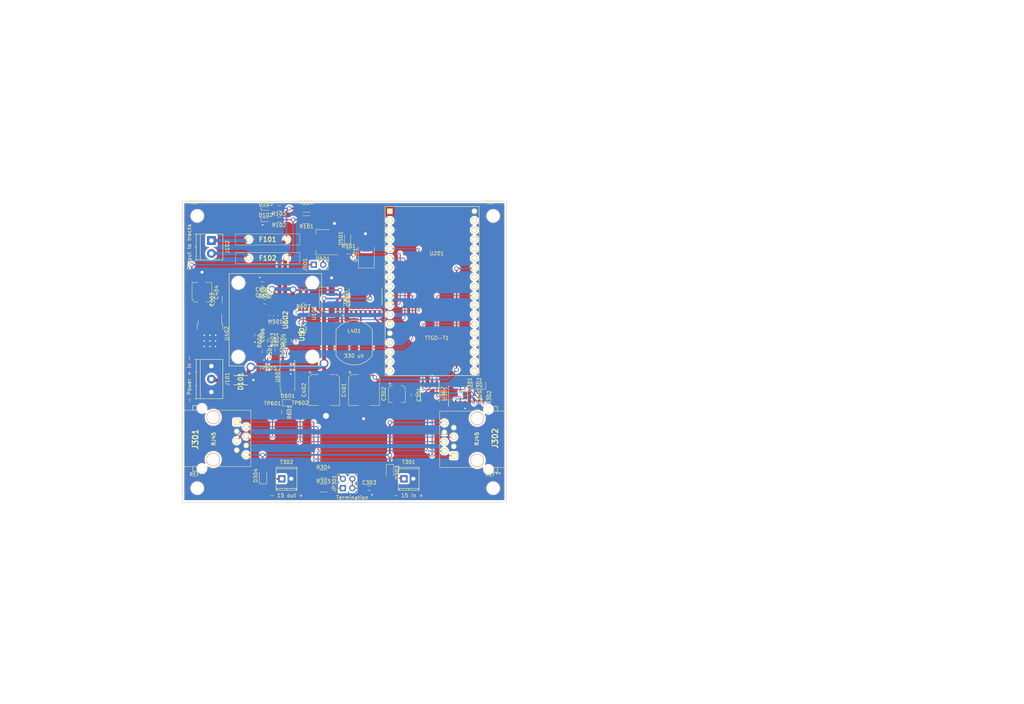
<source format=kicad_pcb>
(kicad_pcb (version 4) (host pcbnew 4.0.7+dfsg1-1ubuntu2)
  (layers (0 F.Cu signal) (31 B.Cu signal) (34 B.Paste user) (35 F.Paste user) (36 B.SilkS user) (37 F.SilkS user) (38 B.Mask user) (39 F.Mask user) (44 Edge.Cuts user))
  (net 0 "")
  (net 1 "/OPS Booster/A")
  (net 2 "Net-(C101-Pad2)")
  (net 3 GND)
  (net 4 +3V3)
  (net 5 "Net-(C303-Pad1)")
  (net 6 +5V)
  (net 7 "/OPS Booster/PowerIn")
  (net 8 +12V)
  (net 9 "Net-(C601-Pad1)")
  (net 10 "Net-(C602-Pad2)")
  (net 11 "Net-(C602-Pad1)")
  (net 12 "Net-(C603-Pad2)")
  (net 13 "/OPS Booster/Sense_Neg")
  (net 14 "Net-(D101-Pad2)")
  (net 15 "Net-(D102-Pad2)")
  (net 16 "Net-(D103-Pad2)")
  (net 17 "Net-(D301-Pad1)")
  (net 18 "Net-(D302-Pad1)")
  (net 19 "CAN +12V")
  (net 20 "Net-(D303-Pad2)")
  (net 21 "Net-(D304-Pad1)")
  (net 22 "Net-(D401-Pad1)")
  (net 23 "Net-(D501-Pad1)")
  (net 24 "Net-(D601-Pad1)")
  (net 25 "/CAN Transciver/ALT_L")
  (net 26 "Net-(F101-Pad1)")
  (net 27 "Net-(F102-Pad1)")
  (net 28 "/OPS Booster/B")
  (net 29 "/CAN Transciver/CANH")
  (net 30 "/CAN Transciver/CANL")
  (net 31 "/CAN Transciver/ALT_H")
  (net 32 "Net-(JP301-Pad1)")
  (net 33 "Net-(JP301-Pad2)")
  (net 34 "Net-(Q501-Pad1)")
  (net 35 "Net-(R301-Pad2)")
  (net 36 "Net-(R302-Pad2)")
  (net 37 "/Fan Control/FAN_CONTROL")
  (net 38 "Net-(R602-Pad2)")
  (net 39 "Net-(R603-Pad2)")
  (net 40 "Net-(R604-Pad1)")
  (net 41 "Net-(R605-Pad2)")
  (net 42 "Net-(R606-Pad2)")
  (net 43 "/OPS Booster/BRAKE")
  (net 44 /MCU/GPIO34/ADC1_CHANNEL_6/CurrentSense)
  (net 45 "Net-(U201-Pad2)")
  (net 46 "Net-(U201-Pad3)")
  (net 47 "Net-(U201-Pad4)")
  (net 48 /MCU/GPIO35/ADC1_CHANNEL_7/TemperatureSense)
  (net 49 "Net-(U201-Pad7)")
  (net 50 "Net-(U201-Pad8)")
  (net 51 "Net-(U201-Pad9)")
  (net 52 "Net-(U201-Pad12)")
  (net 53 "Net-(U201-Pad13)")
  (net 54 "Net-(U201-Pad15)")
  (net 55 "Net-(U201-Pad16)")
  (net 56 "Net-(U201-Pad17)")
  (net 57 "Net-(U201-Pad18)")
  (net 58 "Net-(U201-Pad19)")
  (net 59 "Net-(U201-Pad20)")
  (net 60 "Net-(U201-Pad21)")
  (net 61 "Net-(U201-Pad22)")
  (net 62 "Net-(U201-Pad23)")
  (net 63 "/CAN Transciver/CAN_RX")
  (net 64 "Net-(U201-Pad25)")
  (net 65 "Net-(U201-Pad26)")
  (net 66 "/CAN Transciver/CAN_TX")
  (net 67 "Net-(U201-Pad28)")
  (net 68 "Net-(U201-Pad29)")
  (net 69 "Net-(U201-Pad31)")
  (net 70 "Net-(U201-Pad32)")
  (net 71 "Net-(U201-Pad33)")
  (net 72 "Net-(U201-Pad34)")
  (net 73 "Net-(U201-Pad35)")
  (net 74 "Net-(U302-Pad5)")
  (net 75 "Net-(U302-Pad8)")
  (net 76 "Net-(U401-Pad1)")
  (net 77 "Net-(U401-Pad2)")
  (net 78 "Net-(U401-Pad7)")
  (net 79 "Net-(U401-Pad8)")
  (net 80 "Net-(U401-Pad9)")
  (net 81 "Net-(U401-Pad11)")
  (net 82 "Net-(U401-Pad13)")
  (net 83 "Net-(U401-Pad14)")
  (net 84 "Net-(U501-Pad1)")
  (net 85 "Net-(U501-Pad5)")
  (net 86 "Net-(U602-Pad10)")
  (net 87 "Net-(U602-Pad12)")
  (module TO_SOT_Packages_SMD:TO-252-2 (layer F.Cu) (at 66.93 100.365 270)
    (fp_text reference U402 (at 0 -4.5 270) (layer F.SilkS))
    (fp_text value LF120_TO220)
    (pad 1 smd rect (at -4.2 -2.28 270) (size 2.2 1.2) (layers F.Cu F.Paste F.Mask) (net 7 "/OPS Booster/PowerIn"))
    (pad 3 smd rect (at -4.2 2.28 270) (size 2.2 1.2) (layers F.Cu F.Paste F.Mask) (net 8 +12V))
    (pad 2 smd rect (at 2.1 0 270) (size 6.4 5.8) (layers F.Cu F.Mask) (net 3 GND))
    (pad 2 smd rect (at 3.775 1.525 270) (size 3.05 2.75) (layers F.Cu F.Paste) (net 3 GND))
    (pad 2 smd rect (at 0.425 -1.525 270) (size 3.05 2.75) (layers F.Cu F.Paste) (net 3 GND))
    (pad 2 smd rect (at 3.775 -1.525 270) (size 3.05 2.75) (layers F.Cu F.Paste) (net 3 GND))
    (pad 2 smd rect (at 0.425 1.525 270) (size 3.05 2.75) (layers F.Cu F.Paste) (net 3 GND))
    (pad 2 thru_hole circle (at 0.508 -1.524 270) (size 0.6 0.6) (drill 0.4) (layers *.Cu *.Mask) (net 3 GND))
    (pad 2 thru_hole circle (at 3.556 -1.524 270) (size 0.6 0.6) (drill 0.4) (layers *.Cu *.Mask) (net 3 GND))
    (pad 2 thru_hole circle (at 3.556 1.524 270) (size 0.6 0.6) (drill 0.4) (layers *.Cu *.Mask) (net 3 GND))
    (pad 2 thru_hole circle (at 0.508 1.524 270) (size 0.6 0.6) (drill 0.4) (layers *.Cu *.Mask) (net 3 GND))
    (pad 2 thru_hole circle (at 0.508 0 270) (size 0.6 0.6) (drill 0.4) (layers *.Cu *.Mask) (net 3 GND))
    (pad 2 thru_hole circle (at 2.032 0 270) (size 0.6 0.6) (drill 0.4) (layers *.Cu *.Mask) (net 3 GND))
    (pad 2 thru_hole circle (at 3.556 0 270) (size 0.6 0.6) (drill 0.4) (layers *.Cu *.Mask) (net 3 GND))
    (pad 2 thru_hole circle (at 2.032 -1.524 270) (size 0.6 0.6) (drill 0.4) (layers *.Cu *.Mask) (net 3 GND))
    (pad 2 thru_hole circle (at 2.032 1.524 270) (size 0.6 0.6) (drill 0.4) (layers *.Cu *.Mask) (net 3 GND))
  )
  (module SOP65P640X120:SOP65P640X120-25N (layer F.Cu) (at 85.325 96.757 90)
    (fp_text reference U602 (at 0 2.032 90) (layer F.SilkS) (effects (font (size 1.27 1.27) (thickness 0.254))))
    (fp_text value DRV8873HPWPR hide)
    (pad 1 smd rect (at -2.938 -3.575 180) (size 0.45 1.475) (layers F.Cu F.Paste F.Mask) (net 9 "Net-(C601-Pad1)"))
    (pad 2 smd rect (at -2.938 -2.925 180) (size 0.45 1.475) (layers F.Cu F.Paste F.Mask) (net 42 "Net-(R606-Pad2)"))
    (pad 3 smd rect (at -2.938 -2.275 180) (size 0.45 1.475) (layers F.Cu F.Paste F.Mask) (net 40 "Net-(R604-Pad1)"))
    (pad 4 smd rect (at -2.938 -1.625 180) (size 0.45 1.475) (layers F.Cu F.Paste F.Mask) (net 3 GND))
    (pad 5 smd rect (at -2.938 -0.975 180) (size 0.45 1.475) (layers F.Cu F.Paste F.Mask) (net 3 GND))
    (pad 6 smd rect (at -2.938 -0.325 180) (size 0.45 1.475) (layers F.Cu F.Paste F.Mask) (net 9 "Net-(C601-Pad1)"))
    (pad 7 smd rect (at -2.938 0.325 180) (size 0.45 1.475) (layers F.Cu F.Paste F.Mask) (net 39 "Net-(R603-Pad2)"))
    (pad 8 smd rect (at -2.938 0.975 180) (size 0.45 1.475) (layers F.Cu F.Paste F.Mask) (net 38 "Net-(R602-Pad2)"))
    (pad 9 smd rect (at -2.938 1.625 180) (size 0.45 1.475) (layers F.Cu F.Paste F.Mask) (net 43 "/OPS Booster/BRAKE"))
    (pad 10 smd rect (at -2.938 2.275 180) (size 0.45 1.475) (layers F.Cu F.Paste F.Mask) (net 86 "Net-(U602-Pad10)"))
    (pad 11 smd rect (at -2.938 2.925 180) (size 0.45 1.475) (layers F.Cu F.Paste F.Mask) (net 41 "Net-(R605-Pad2)"))
    (pad 12 smd rect (at -2.938 3.575 180) (size 0.45 1.475) (layers F.Cu F.Paste F.Mask) (net 87 "Net-(U602-Pad12)"))
    (pad 13 smd rect (at 2.938 3.575 180) (size 0.45 1.475) (layers F.Cu F.Paste F.Mask) (net 13 "/OPS Booster/Sense_Neg"))
    (pad 14 smd rect (at 2.938 2.925 180) (size 0.45 1.475) (layers F.Cu F.Paste F.Mask) (net 28 "/OPS Booster/B"))
    (pad 15 smd rect (at 2.938 2.275 180) (size 0.45 1.475) (layers F.Cu F.Paste F.Mask) (net 28 "/OPS Booster/B"))
    (pad 16 smd rect (at 2.938 1.625 180) (size 0.45 1.475) (layers F.Cu F.Paste F.Mask) (net 3 GND))
    (pad 17 smd rect (at 2.938 0.975 180) (size 0.45 1.475) (layers F.Cu F.Paste F.Mask) (net 3 GND))
    (pad 18 smd rect (at 2.938 0.325 180) (size 0.45 1.475) (layers F.Cu F.Paste F.Mask) (net 1 "/OPS Booster/A"))
    (pad 19 smd rect (at 2.938 -0.325 180) (size 0.45 1.475) (layers F.Cu F.Paste F.Mask) (net 1 "/OPS Booster/A"))
    (pad 20 smd rect (at 2.938 -0.975 180) (size 0.45 1.475) (layers F.Cu F.Paste F.Mask) (net 13 "/OPS Booster/Sense_Neg"))
    (pad 21 smd rect (at 2.938 -1.625 180) (size 0.45 1.475) (layers F.Cu F.Paste F.Mask) (net 12 "Net-(C603-Pad2)"))
    (pad 22 smd rect (at 2.938 -2.275 180) (size 0.45 1.475) (layers F.Cu F.Paste F.Mask) (net 10 "Net-(C602-Pad2)"))
    (pad 23 smd rect (at 2.938 -2.925 180) (size 0.45 1.475) (layers F.Cu F.Paste F.Mask) (net 11 "Net-(C602-Pad1)"))
    (pad 24 smd rect (at 2.938 -3.575 180) (size 0.45 1.475) (layers F.Cu F.Paste F.Mask) (net 3 GND))
    (pad 25 smd rect (at 0 0 90) (size 3.2 5.26) (layers F.Cu F.Paste F.Mask) (net 3 GND))
    (pad 25 thru_hole circle (at 0 0 90) (size 0.4 0.4) (drill 0.2) (layers *.Cu) (net 3 GND))
    (pad 25 thru_hole circle (at 0 -1.2 90) (size 0.4 0.4) (drill 0.2) (layers *.Cu) (net 3 GND))
    (pad 25 thru_hole circle (at 0 -2.4 90) (size 0.4 0.4) (drill 0.2) (layers *.Cu) (net 3 GND))
    (pad 25 thru_hole circle (at 0 1.2 90) (size 0.4 0.4) (drill 0.2) (layers *.Cu) (net 3 GND))
    (pad 25 thru_hole circle (at 0 2.4 90) (size 0.4 0.4) (drill 0.2) (layers *.Cu) (net 3 GND))
    (pad 25 thru_hole circle (at 1.2 0 90) (size 0.4 0.4) (drill 0.2) (layers *.Cu) (net 3 GND))
    (pad 25 thru_hole circle (at 1.2 1.2 90) (size 0.4 0.4) (drill 0.2) (layers *.Cu) (net 3 GND))
    (pad 25 thru_hole circle (at 1.2 2.4 90) (size 0.4 0.4) (drill 0.2) (layers *.Cu) (net 3 GND))
    (pad 25 thru_hole circle (at 1.2 -1.2 90) (size 0.4 0.4) (drill 0.2) (layers *.Cu) (net 3 GND))
    (pad 25 thru_hole circle (at 1.2 -2.4 90) (size 0.4 0.4) (drill 0.2) (layers *.Cu) (net 3 GND))
    (pad 25 thru_hole circle (at -1.2 -2.4 90) (size 0.4 0.4) (drill 0.2) (layers *.Cu) (net 3 GND))
    (pad 25 thru_hole circle (at -1.2 -1.2 90) (size 0.4 0.4) (drill 0.2) (layers *.Cu) (net 3 GND))
    (pad 25 thru_hole circle (at -1.2 0 90) (size 0.4 0.4) (drill 0.2) (layers *.Cu) (net 3 GND))
    (pad 25 thru_hole circle (at -1.2 1.2 90) (size 0.4 0.4) (drill 0.2) (layers *.Cu) (net 3 GND))
    (pad 25 thru_hole circle (at -1.2 2.4 90) (size 0.4 0.4) (drill 0.2) (layers *.Cu) (net 3 GND))
  )
  (module Capacitors_SMD:C_1206 (layer F.Cu) (at 92.988 66.548)
    (fp_text reference C101 (at 0 -1.75) (layer F.SilkS))
    (fp_text value "10 nf")
    (pad 1 smd rect (at -1.5 0) (size 1 1.6) (layers F.Cu F.Paste F.Mask) (net 1 "/OPS Booster/A"))
    (pad 2 smd rect (at 1.5 0) (size 1 1.6) (layers F.Cu F.Paste F.Mask) (net 2 "Net-(C101-Pad2)"))
  )
  (module Capacitors_SMD:C_0603 (layer F.Cu) (at 121.92 116.955 270)
    (fp_text reference C301 (at 0 -1.5 270) (layer F.SilkS))
    (fp_text value ".1 uf")
    (pad 2 smd rect (at 0.75 0 270) (size 0.8 0.75) (layers F.Cu F.Paste F.Mask) (net 3 GND))
    (pad 1 smd rect (at -0.75 0 270) (size 0.8 0.75) (layers F.Cu F.Paste F.Mask) (net 4 +3V3))
  )
  (module Capacitors_SMD:CP_Elec_4x5.7 (layer F.Cu) (at 117.475 116.735 270)
    (fp_text reference C302 (at 0 3.54 270) (layer F.SilkS))
    (fp_text value "15 uf 15V")
    (fp_text user + (at -2.77 2.01 270) (layer F.SilkS))
    (pad 1 smd rect (at -1.8 0 90) (size 2.6 1.6) (layers F.Cu F.Paste F.Mask) (net 4 +3V3))
    (pad 2 smd rect (at 1.8 0 90) (size 2.6 1.6) (layers F.Cu F.Paste F.Mask) (net 3 GND))
  )
  (module Capacitors_SMD:C_0603 (layer F.Cu) (at 109.97 142.24)
    (fp_text reference C303 (at 0 -1.5) (layer F.SilkS))
    (fp_text value "47 nf")
    (pad 2 smd rect (at 0.75 0) (size 0.8 0.75) (layers F.Cu F.Paste F.Mask) (net 3 GND))
    (pad 1 smd rect (at -0.75 0) (size 0.8 0.75) (layers F.Cu F.Paste F.Mask) (net 5 "Net-(C303-Pad1)"))
  )
  (module Capacitors_SMD:CP_Elec_8x10 (layer F.Cu) (at 108.585 115.695 270)
    (fp_text reference C401 (at 0 5.45 270) (layer F.SilkS))
    (fp_text value "220 uf 25V")
    (fp_text user + (at -4.78 3.9 270) (layer F.SilkS))
    (pad 1 smd rect (at -3.05 0 90) (size 4 2.5) (layers F.Cu F.Paste F.Mask) (net 6 +5V))
    (pad 2 smd rect (at 3.05 0 90) (size 4 2.5) (layers F.Cu F.Paste F.Mask) (net 3 GND))
  )
  (module Capacitors_SMD:CP_Elec_8x10 (layer F.Cu) (at 97.79 115.695 270)
    (fp_text reference C402 (at 0 5.45 270) (layer F.SilkS))
    (fp_text value "22 uf 100V")
    (fp_text user + (at -4.78 3.9 270) (layer F.SilkS))
    (pad 1 smd rect (at -3.05 0 90) (size 4 2.5) (layers F.Cu F.Paste F.Mask) (net 7 "/OPS Booster/PowerIn"))
    (pad 2 smd rect (at 3.05 0 90) (size 4 2.5) (layers F.Cu F.Paste F.Mask) (net 3 GND))
  )
  (module Capacitors_SMD:C_1206 (layer F.Cu) (at 69.215 91.21 90)
    (fp_text reference C403 (at 0 -1.75 90) (layer F.SilkS))
    (fp_text value "10 nf")
    (pad 1 smd rect (at -1.5 0 90) (size 1 1.6) (layers F.Cu F.Paste F.Mask) (net 7 "/OPS Booster/PowerIn"))
    (pad 2 smd rect (at 1.5 0 90) (size 1 1.6) (layers F.Cu F.Paste F.Mask) (net 3 GND))
  )
  (module Capacitors_SMD:CP_Elec_5x5.3 (layer F.Cu) (at 64.77 89.24 90)
    (fp_text reference C404 (at 0 3.92 90) (layer F.SilkS))
    (fp_text value "10 uf")
    (fp_text user + (at -3.38 2.34 90) (layer F.SilkS))
    (pad 1 smd rect (at -2.2 0 270) (size 3 1.6) (layers F.Cu F.Paste F.Mask) (net 8 +12V))
    (pad 2 smd rect (at 2.2 0 270) (size 3 1.6) (layers F.Cu F.Paste F.Mask) (net 3 GND))
  )
  (module Capacitors_SMD:C_0603 (layer F.Cu) (at 81.661 105.283 270)
    (fp_text reference C501 (at 0 -1.5 270) (layer F.SilkS))
    (fp_text value "100 uf")
    (pad 2 smd rect (at 0.75 0 270) (size 0.8 0.75) (layers F.Cu F.Paste F.Mask) (net 3 GND))
    (pad 1 smd rect (at -0.75 0 270) (size 0.8 0.75) (layers F.Cu F.Paste F.Mask) (net 4 +3V3))
  )
  (module Capacitors_SMD:C_0603 (layer F.Cu) (at 79.629 100.838 270)
    (fp_text reference C601 (at 0 -1.5 270) (layer F.SilkS))
    (fp_text value "1 uf")
    (pad 2 smd rect (at 0.75 0 270) (size 0.8 0.75) (layers F.Cu F.Paste F.Mask) (net 3 GND))
    (pad 1 smd rect (at -0.75 0 270) (size 0.8 0.75) (layers F.Cu F.Paste F.Mask) (net 9 "Net-(C601-Pad1)"))
  )
  (module Capacitors_SMD:C_0603 (layer F.Cu) (at 81.776 91.821)
    (fp_text reference C602 (at 0 -1.5) (layer F.SilkS))
    (fp_text value "47 nf")
    (pad 2 smd rect (at 0.75 0) (size 0.8 0.75) (layers F.Cu F.Paste F.Mask) (net 10 "Net-(C602-Pad2)"))
    (pad 1 smd rect (at -0.75 0) (size 0.8 0.75) (layers F.Cu F.Paste F.Mask) (net 11 "Net-(C602-Pad1)"))
  )
  (module Capacitors_SMD:C_0603 (layer F.Cu) (at 82.538 90.17)
    (fp_text reference C603 (at 0 -1.5) (layer F.SilkS))
    (fp_text value "1 uf")
    (pad 2 smd rect (at 0.75 0) (size 0.8 0.75) (layers F.Cu F.Paste F.Mask) (net 12 "Net-(C603-Pad2)"))
    (pad 1 smd rect (at -0.75 0) (size 0.8 0.75) (layers F.Cu F.Paste F.Mask) (net 13 "/OPS Booster/Sense_Neg"))
  )
  (module Capacitors_SMD:C_0603 (layer F.Cu) (at 81.153 86.995 180)
    (fp_text reference C604 (at 0 -1.5 180) (layer F.SilkS))
    (fp_text value "100 nf")
    (pad 2 smd rect (at 0.75 0 180) (size 0.8 0.75) (layers F.Cu F.Paste F.Mask) (net 3 GND))
    (pad 1 smd rect (at -0.75 0 180) (size 0.8 0.75) (layers F.Cu F.Paste F.Mask) (net 13 "/OPS Booster/Sense_Neg"))
  )
  (module Capacitors_SMD:C_0603 (layer F.Cu) (at 81.153 88.519 180)
    (fp_text reference C605 (at 0 -1.5 180) (layer F.SilkS))
    (fp_text value "100 nf")
    (pad 2 smd rect (at 0.75 0 180) (size 0.8 0.75) (layers F.Cu F.Paste F.Mask) (net 3 GND))
    (pad 1 smd rect (at -0.75 0 180) (size 0.8 0.75) (layers F.Cu F.Paste F.Mask) (net 13 "/OPS Booster/Sense_Neg"))
  )
  (module Capacitors_SMD:CP_Elec_6.3x5.3 (layer F.Cu) (at 99.822 91.186 90)
    (fp_text reference C606 (at 0 4.56 90) (layer F.SilkS))
    (fp_text value "47 uf")
    (fp_text user + (at -4.28 3.01 90) (layer F.SilkS))
    (pad 1 smd rect (at -2.7 0 270) (size 3.5 1.6) (layers F.Cu F.Paste F.Mask) (net 13 "/OPS Booster/Sense_Neg"))
    (pad 2 smd rect (at 2.7 0 270) (size 3.5 1.6) (layers F.Cu F.Paste F.Mask) (net 3 GND))
  )
  (module RB080LAM-30TR:PMDTM (layer F.Cu) (at 75.225 113.03 90)
    (fp_text reference D101 (at -0.302 0 90) (layer F.SilkS) (effects (font (size 1.27 1.27) (thickness 0.254))))
    (fp_text value RB080LAM-30TR hide)
    (pad 1 smd rect (at 0 2.2 180) (size 1.4 2) (layers F.Cu F.Paste F.Mask) (net 7 "/OPS Booster/PowerIn"))
    (pad 2 smd rect (at 0 -2.2 180) (size 1.4 2) (layers F.Cu F.Paste F.Mask) (net 14 "Net-(D101-Pad2)"))
  )
  (module LEDs:LED_0603 (layer F.Cu) (at 82.004 69.596)
    (fp_text reference D102 (at 0 -1.25) (layer F.SilkS))
    (fp_text value "OPS ActB")
    (pad 2 smd rect (at 0.8 0 180) (size 0.8 0.8) (layers F.Cu F.Paste F.Mask) (net 15 "Net-(D102-Pad2)"))
    (pad 1 smd rect (at -0.8 0 180) (size 0.8 0.8) (layers F.Cu F.Paste F.Mask) (net 3 GND))
  )
  (module LEDs:LED_0603 (layer F.Cu) (at 82.004 66.548)
    (fp_text reference D103 (at 0 -1.25) (layer F.SilkS))
    (fp_text value "OPS ActA")
    (pad 2 smd rect (at 0.8 0 180) (size 0.8 0.8) (layers F.Cu F.Paste F.Mask) (net 16 "Net-(D103-Pad2)"))
    (pad 1 smd rect (at -0.8 0 180) (size 0.8 0.8) (layers F.Cu F.Paste F.Mask) (net 3 GND))
  )
  (module LEDs:LED_0603 (layer F.Cu) (at 138.43 114.211 90)
    (fp_text reference D301 (at 0 -1.25 90) (layer F.SilkS))
    (fp_text value Tx)
    (pad 2 smd rect (at 0.8 0 270) (size 0.8 0.8) (layers F.Cu F.Paste F.Mask) (net 4 +3V3))
    (pad 1 smd rect (at -0.8 0 270) (size 0.8 0.8) (layers F.Cu F.Paste F.Mask) (net 17 "Net-(D301-Pad1)"))
  )
  (module LEDs:LED_0603 (layer F.Cu) (at 140.97 114.211 90)
    (fp_text reference D302 (at 0 -1.25 90) (layer F.SilkS))
    (fp_text value Rx)
    (pad 2 smd rect (at 0.8 0 270) (size 0.8 0.8) (layers F.Cu F.Paste F.Mask) (net 4 +3V3))
    (pad 1 smd rect (at -0.8 0 270) (size 0.8 0.8) (layers F.Cu F.Paste F.Mask) (net 18 "Net-(D302-Pad1)"))
  )
  (module Diodes_SMD:D_PowerDI-123 (layer F.Cu) (at 115.57 138.01 270)
    (fp_text reference D303 (at 0 -2 270) (layer F.SilkS))
    (fp_text value DFLS240-7)
    (pad 1 smd rect (at -0.85 0 90) (size 2.4 1.5) (layers F.Cu F.Paste F.Mask) (net 19 "CAN +12V"))
    (pad 2 smd rect (at 1.525 0 90) (size 1.05 1.5) (layers F.Cu F.Paste F.Mask) (net 20 "Net-(D303-Pad2)"))
  )
  (module Diodes_SMD:D_PowerDI-123 (layer F.Cu) (at 81.28 138.85 90)
    (fp_text reference D304 (at 0 -2 90) (layer F.SilkS))
    (fp_text value DFLS240-7)
    (pad 1 smd rect (at -0.85 0 270) (size 2.4 1.5) (layers F.Cu F.Paste F.Mask) (net 21 "Net-(D304-Pad1)"))
    (pad 2 smd rect (at 1.525 0 270) (size 1.05 1.5) (layers F.Cu F.Paste F.Mask) (net 19 "CAN +12V"))
  )
  (module Diodes_SMD:D_SMB (layer F.Cu) (at 109.22 79.13 90)
    (fp_text reference D401 (at 0 -3 90) (layer F.SilkS))
    (fp_text value "CMSH1-60 TR13")
    (pad 1 smd rect (at -2.15 0 90) (size 2.5 2.3) (layers F.Cu F.Paste F.Mask) (net 22 "Net-(D401-Pad1)"))
    (pad 2 smd rect (at 2.15 0 90) (size 2.5 2.3) (layers F.Cu F.Paste F.Mask) (net 3 GND))
  )
  (module Diodes_SMD:D_SOD-323 (layer F.Cu) (at 104.14 74.642 90)
    (fp_text reference D501 (at 0 -1.85 90) (layer F.SilkS))
    (fp_text value 1SS352H3F)
    (pad 1 smd rect (at -1.05 0 90) (size 0.6 0.45) (layers F.Cu F.Paste F.Mask) (net 23 "Net-(D501-Pad1)"))
    (pad 2 smd rect (at 1.05 0 90) (size 0.6 0.45) (layers F.Cu F.Paste F.Mask) (net 3 GND))
  )
  (module Diodes_SMD:D_SOD-323 (layer F.Cu) (at 88.011 119.126)
    (fp_text reference D601 (at 0 -1.85) (layer F.SilkS))
    (fp_text value "1.5v 10ma")
    (pad 1 smd rect (at -1.05 0) (size 0.6 0.45) (layers F.Cu F.Paste F.Mask) (net 24 "Net-(D601-Pad1)"))
    (pad 2 smd rect (at 1.05 0) (size 0.6 0.45) (layers F.Cu F.Paste F.Mask) (net 25 "/CAN Transciver/ALT_L"))
  )
  (module MF-R500:MFR500 (layer F.Cu) (at 77.43 74.93)
    (fp_text reference F101 (at 5.1 0) (layer F.SilkS) (effects (font (size 1.27 1.27) (thickness 0.254))))
    (fp_text value 5A hide)
    (pad 1 thru_hole circle (at 0 0 90) (size 1.515 1.515) (drill 1.01) (layers *.Cu *.Mask F.SilkS) (net 26 "Net-(F101-Pad1)"))
    (pad 2 thru_hole circle (at 10.2 0 90) (size 1.515 1.515) (drill 1.01) (layers *.Cu *.Mask F.SilkS) (net 1 "/OPS Booster/A"))
  )
  (module MF-R500:MFR500 (layer F.Cu) (at 77.43 80.01)
    (fp_text reference F102 (at 5.1 0) (layer F.SilkS) (effects (font (size 1.27 1.27) (thickness 0.254))))
    (fp_text value 5A hide)
    (pad 1 thru_hole circle (at 0 0 90) (size 1.515 1.515) (drill 1.01) (layers *.Cu *.Mask F.SilkS) (net 27 "Net-(F102-Pad1)"))
    (pad 2 thru_hole circle (at 10.2 0 90) (size 1.515 1.515) (drill 1.01) (layers *.Cu *.Mask F.SilkS) (net 28 "/OPS Booster/B"))
  )
  (module Connectors_Terminal_Blocks:TerminalBlock_Pheonix_PT-3.5mm_3pol (layer F.Cu) (at 67.31 109.22 270)
    (fp_text reference J101 (at 3.5 -4.3 270) (layer F.SilkS))
    (fp_text value "- Power + in -" (at 3.5 6 270) (layer F.SilkS))
    (pad 2 thru_hole circle (at 3.5 0 270) (size 2.4 2.4) (drill 1.2) (layers *.Cu *.Mask) (net 14 "Net-(D101-Pad2)"))
    (pad 3 thru_hole circle (at 7 0 270) (size 2.4 2.4) (drill 1.2) (layers *.Cu *.Mask) (net 3 GND))
    (pad 1 thru_hole rect (at 0 0 270) (size 2.4 2.4) (drill 1.2) (layers *.Cu *.Mask) (net 3 GND))
  )
  (module Connectors_Terminal_Blocks:TerminalBlock_Pheonix_PT-3.5mm_2pol (layer F.Cu) (at 67.31 75.24 270)
    (fp_text reference J102 (at 1.75 -4.3 270) (layer F.SilkS))
    (fp_text value "Output to tracks" (at 1.75 6 270) (layer F.SilkS))
    (pad 2 thru_hole circle (at 3.5 0 270) (size 2.4 2.4) (drill 1.2) (layers *.Cu *.Mask) (net 27 "Net-(F102-Pad1)"))
    (pad 1 thru_hole rect (at 0 0 270) (size 2.4 2.4) (drill 1.2) (layers *.Cu *.Mask) (net 26 "Net-(F101-Pad1)"))
  )
  (module RJ45-8N-S:RJ45_8N-S (layer F.Cu) (at 67.818 128.778 270)
    (fp_text reference J301 (at 0.254 4.826 270) (layer F.SilkS) (effects (font (thickness 0.3048))))
    (fp_text value RJ45 (at 0.14224 -0.1016 270) (layer F.SilkS) (effects (font (size 1.00076 1.00076) (thickness 0.2032))))
    (pad "" np_thru_hole circle (at 5.715 0 270) (size 3.64998 3.64998) (drill 3.2512) (layers *.Cu *.SilkS *.Mask))
    (pad "" np_thru_hole circle (at -5.715 0 270) (size 3.64998 3.64998) (drill 3.2512) (layers *.Cu *.SilkS *.Mask))
    (pad 1 thru_hole rect (at -4.445 -6.35 270) (size 1.50114 1.50114) (drill 0.89916) (layers *.Cu *.Mask F.SilkS) (net 29 "/CAN Transciver/CANH"))
    (pad 2 thru_hole circle (at -3.175 -8.89 270) (size 1.50114 1.50114) (drill 0.89916) (layers *.Cu *.Mask F.SilkS) (net 30 "/CAN Transciver/CANL"))
    (pad 3 thru_hole circle (at -1.905 -6.35 270) (size 1.50114 1.50114) (drill 0.89916) (layers *.Cu *.Mask F.SilkS) (net 3 GND))
    (pad 4 thru_hole circle (at -0.635 -8.89 270) (size 1.50114 1.50114) (drill 0.89916) (layers *.Cu *.Mask F.SilkS) (net 25 "/CAN Transciver/ALT_L"))
    (pad 5 thru_hole circle (at 0.635 -6.35 270) (size 1.50114 1.50114) (drill 0.89916) (layers *.Cu *.Mask F.SilkS) (net 31 "/CAN Transciver/ALT_H"))
    (pad 6 thru_hole circle (at 1.905 -8.89 270) (size 1.50114 1.50114) (drill 0.89916) (layers *.Cu *.Mask F.SilkS) (net 3 GND))
    (pad 7 thru_hole circle (at 3.175 -6.35 270) (size 1.50114 1.50114) (drill 0.89916) (layers *.Cu *.Mask F.SilkS) (net 3 GND))
    (pad 8 thru_hole circle (at 4.445 -8.89 270) (size 1.50114 1.50114) (drill 0.89916) (layers *.Cu *.Mask F.SilkS) (net 19 "CAN +12V"))
    (pad "" thru_hole circle (at -8.128 3.048 270) (size 1.9304 1.9304) (drill 1.9304) (layers *.Cu *.Mask F.SilkS))
    (pad "" thru_hole circle (at 8.128 3.048 270) (size 1.9304 1.9304) (drill 1.9304) (layers *.Cu *.Mask F.SilkS))
  )
  (module RJ45-8N-S:RJ45_8N-S (layer F.Cu) (at 139.192 129.032 90)
    (fp_text reference J302 (at 0.254 4.826 90) (layer F.SilkS) (effects (font (thickness 0.3048))))
    (fp_text value RJ45 (at 0.14224 -0.1016 90) (layer F.SilkS) (effects (font (size 1.00076 1.00076) (thickness 0.2032))))
    (pad "" np_thru_hole circle (at 5.715 0 90) (size 3.64998 3.64998) (drill 3.2512) (layers *.Cu *.SilkS *.Mask))
    (pad "" np_thru_hole circle (at -5.715 0 90) (size 3.64998 3.64998) (drill 3.2512) (layers *.Cu *.SilkS *.Mask))
    (pad 1 thru_hole rect (at -4.445 -6.35 90) (size 1.50114 1.50114) (drill 0.89916) (layers *.Cu *.Mask F.SilkS) (net 29 "/CAN Transciver/CANH"))
    (pad 2 thru_hole circle (at -3.175 -8.89 90) (size 1.50114 1.50114) (drill 0.89916) (layers *.Cu *.Mask F.SilkS) (net 30 "/CAN Transciver/CANL"))
    (pad 3 thru_hole circle (at -1.905 -6.35 90) (size 1.50114 1.50114) (drill 0.89916) (layers *.Cu *.Mask F.SilkS) (net 3 GND))
    (pad 4 thru_hole circle (at -0.635 -8.89 90) (size 1.50114 1.50114) (drill 0.89916) (layers *.Cu *.Mask F.SilkS) (net 25 "/CAN Transciver/ALT_L"))
    (pad 5 thru_hole circle (at 0.635 -6.35 90) (size 1.50114 1.50114) (drill 0.89916) (layers *.Cu *.Mask F.SilkS) (net 31 "/CAN Transciver/ALT_H"))
    (pad 6 thru_hole circle (at 1.905 -8.89 90) (size 1.50114 1.50114) (drill 0.89916) (layers *.Cu *.Mask F.SilkS) (net 3 GND))
    (pad 7 thru_hole circle (at 3.175 -6.35 90) (size 1.50114 1.50114) (drill 0.89916) (layers *.Cu *.Mask F.SilkS) (net 3 GND))
    (pad 8 thru_hole circle (at 4.445 -8.89 90) (size 1.50114 1.50114) (drill 0.89916) (layers *.Cu *.Mask F.SilkS) (net 19 "CAN +12V"))
    (pad "" thru_hole circle (at -8.128 3.048 90) (size 1.9304 1.9304) (drill 1.9304) (layers *.Cu *.Mask F.SilkS))
    (pad "" thru_hole circle (at 8.128 3.048 90) (size 1.9304 1.9304) (drill 1.9304) (layers *.Cu *.Mask F.SilkS))
  )
  (module Pin_Headers:Pin_Header_Straight_1x02_Pitch2.54mm (layer F.Cu) (at 94.996 81.788 90)
    (fp_text reference J501 (at 0 -2.33 90) (layer F.SilkS))
    (fp_text value "- Fan +")
    (pad 1 thru_hole rect (at 0 0 90) (size 1.7 1.7) (drill 1) (layers *.Cu *.Mask) (net 8 +12V))
    (pad 2 thru_hole oval (at 0 2.54 90) (size 1.7 1.7) (drill 1) (layers *.Cu *.Mask) (net 23 "Net-(D501-Pad1)"))
  )
  (module Pin_Headers:Pin_Header_Straight_2x02_Pitch2.54mm (layer F.Cu) (at 102.87 142.24 90)
    (fp_text reference JP301 (at 1.27 -2.33 90) (layer F.SilkS))
    (fp_text value Termination (at -2.54 2.54 180) (layer F.SilkS))
    (pad 1 thru_hole rect (at 0 0 90) (size 1.7 1.7) (drill 1) (layers *.Cu *.Mask) (net 32 "Net-(JP301-Pad1)"))
    (pad 2 thru_hole oval (at 2.54 0 90) (size 1.7 1.7) (drill 1) (layers *.Cu *.Mask) (net 33 "Net-(JP301-Pad2)"))
    (pad 3 thru_hole oval (at 0 2.54 90) (size 1.7 1.7) (drill 1) (layers *.Cu *.Mask) (net 5 "Net-(C303-Pad1)"))
    (pad 4 thru_hole oval (at 2.54 2.54 90) (size 1.7 1.7) (drill 1) (layers *.Cu *.Mask) (net 5 "Net-(C303-Pad1)"))
  )
  (module SRN1060:SRN1060 (layer F.Cu) (at 105.92 102.87)
    (fp_text reference L401 (at -0.01524 -3.1623) (layer F.SilkS))
    (fp_text value "330 uh" (at -0.0381 3.556) (layer F.SilkS))
    (pad 1 smd rect (at -3.3 0) (size 3.5 10.2) (layers F.Cu F.Paste F.Mask) (net 22 "Net-(D401-Pad1)"))
    (pad 2 smd rect (at 3.3 0) (size 3.5 10.2) (layers F.Cu F.Paste F.Mask) (net 6 +5V))
  )
  (module FAN:25mmFanMount (layer F.Cu) (at 84.615 96.68)
    (fp_text reference M501 (at 0 0.5) (layer F.SilkS))
    (fp_text value Fan_IEC60617)
    (pad "" np_thru_hole circle (at -10 -10) (size 2.8 2.8) (drill 2.8) (layers *.Cu *.Mask))
    (pad "" np_thru_hole circle (at 10 -10) (size 2.8 2.8) (drill 2.8) (layers *.Cu *.Mask))
    (pad "" np_thru_hole circle (at 10 10) (size 2.8 2.8) (drill 2.8) (layers *.Cu *.Mask))
    (pad "" np_thru_hole circle (at -10 10) (size 2.8 2.8) (drill 2.8) (layers *.Cu *.Mask))
  )
  (module TO_SOT_Packages_SMD:SOT-223 (layer F.Cu) (at 97.434 75.692 180)
    (fp_text reference Q501 (at 0 -4.5 180) (layer F.SilkS))
    (fp_text value BSP52T3G)
    (pad 4 smd rect (at 3.15 0 180) (size 2 3.8) (layers F.Cu F.Paste F.Mask) (net 23 "Net-(D501-Pad1)"))
    (pad 2 smd rect (at -3.15 0 180) (size 2 1.5) (layers F.Cu F.Paste F.Mask) (net 23 "Net-(D501-Pad1)"))
    (pad 3 smd rect (at -3.15 2.3 180) (size 2 1.5) (layers F.Cu F.Paste F.Mask) (net 3 GND))
    (pad 1 smd rect (at -3.15 -2.3 180) (size 2 1.5) (layers F.Cu F.Paste F.Mask) (net 34 "Net-(Q501-Pad1)"))
  )
  (module Resistors_SMD:R_1206 (layer F.Cu) (at 93.038 69.596 180)
    (fp_text reference R101 (at 0 -1.85 180) (layer F.SilkS))
    (fp_text value 2.4)
    (pad 1 smd rect (at -1.45 0 180) (size 0.9 1.7) (layers F.Cu F.Paste F.Mask) (net 2 "Net-(C101-Pad2)"))
    (pad 2 smd rect (at 1.45 0 180) (size 0.9 1.7) (layers F.Cu F.Paste F.Mask) (net 28 "/OPS Booster/B"))
  )
  (module Resistors_SMD:R_0603 (layer F.Cu) (at 85.61 69.596 180)
    (fp_text reference R102 (at 0 -1.45 180) (layer F.SilkS))
    (fp_text value 3K)
    (pad 1 smd rect (at -0.75 0 180) (size 0.5 0.9) (layers F.Cu F.Paste F.Mask) (net 28 "/OPS Booster/B"))
    (pad 2 smd rect (at 0.75 0 180) (size 0.5 0.9) (layers F.Cu F.Paste F.Mask) (net 15 "Net-(D102-Pad2)"))
  )
  (module Resistors_SMD:R_0603 (layer F.Cu) (at 85.61 66.548 180)
    (fp_text reference R103 (at 0 -1.45 180) (layer F.SilkS))
    (fp_text value 3K)
    (pad 1 smd rect (at -0.75 0 180) (size 0.5 0.9) (layers F.Cu F.Paste F.Mask) (net 1 "/OPS Booster/A"))
    (pad 2 smd rect (at 0.75 0 180) (size 0.5 0.9) (layers F.Cu F.Paste F.Mask) (net 16 "Net-(D103-Pad2)"))
  )
  (module Resistors_SMD:R_0603 (layer F.Cu) (at 138.43 117.741 270)
    (fp_text reference R301 (at 0 -1.45 270) (layer F.SilkS))
    (fp_text value 160)
    (pad 1 smd rect (at -0.75 0 270) (size 0.5 0.9) (layers F.Cu F.Paste F.Mask) (net 17 "Net-(D301-Pad1)"))
    (pad 2 smd rect (at 0.75 0 270) (size 0.5 0.9) (layers F.Cu F.Paste F.Mask) (net 35 "Net-(R301-Pad2)"))
  )
  (module Resistors_SMD:R_0603 (layer F.Cu) (at 140.97 117.741 270)
    (fp_text reference R302 (at 0 -1.45 270) (layer F.SilkS))
    (fp_text value 160)
    (pad 1 smd rect (at -0.75 0 270) (size 0.5 0.9) (layers F.Cu F.Paste F.Mask) (net 18 "Net-(D302-Pad1)"))
    (pad 2 smd rect (at 0.75 0 270) (size 0.5 0.9) (layers F.Cu F.Paste F.Mask) (net 36 "Net-(R302-Pad2)"))
  )
  (module Resistors_SMD:R_1206 (layer F.Cu) (at 97.61 142.24)
    (fp_text reference R303 (at 0 -1.85) (layer F.SilkS))
    (fp_text value "60 Ohms")
    (pad 1 smd rect (at -1.45 0) (size 0.9 1.7) (layers F.Cu F.Paste F.Mask) (net 29 "/CAN Transciver/CANH"))
    (pad 2 smd rect (at 1.45 0) (size 0.9 1.7) (layers F.Cu F.Paste F.Mask) (net 32 "Net-(JP301-Pad1)"))
  )
  (module Resistors_SMD:R_1206 (layer F.Cu) (at 97.61 138.43)
    (fp_text reference R304 (at 0 -1.85) (layer F.SilkS))
    (fp_text value "60 Ohms")
    (pad 1 smd rect (at -1.45 0) (size 0.9 1.7) (layers F.Cu F.Paste F.Mask) (net 30 "/CAN Transciver/CANL"))
    (pad 2 smd rect (at 1.45 0) (size 0.9 1.7) (layers F.Cu F.Paste F.Mask) (net 33 "Net-(JP301-Pad2)"))
  )
  (module Resistors_SMD:R_0603 (layer F.Cu) (at 104.406 78.232)
    (fp_text reference R501 (at 0 -1.45) (layer F.SilkS))
    (fp_text value 1K)
    (pad 1 smd rect (at -0.75 0) (size 0.5 0.9) (layers F.Cu F.Paste F.Mask) (net 34 "Net-(Q501-Pad1)"))
    (pad 2 smd rect (at 0.75 0) (size 0.5 0.9) (layers F.Cu F.Paste F.Mask) (net 37 "/Fan Control/FAN_CONTROL"))
  )
  (module Resistors_SMD:R_0603 (layer F.Cu) (at 86.995 121.678 270)
    (fp_text reference R601 (at 0 -1.45 270) (layer F.SilkS))
    (fp_text value 2.2K)
    (pad 1 smd rect (at -0.75 0 270) (size 0.5 0.9) (layers F.Cu F.Paste F.Mask) (net 24 "Net-(D601-Pad1)"))
    (pad 2 smd rect (at 0.75 0 270) (size 0.5 0.9) (layers F.Cu F.Paste F.Mask) (net 31 "/CAN Transciver/ALT_H"))
  )
  (module Resistors_SMD:R_0603 (layer F.Cu) (at 85.217 104.775 270)
    (fp_text reference R602 (at 0 -1.45 270) (layer F.SilkS))
    (fp_text value 10K)
    (pad 1 smd rect (at -0.75 0 270) (size 0.5 0.9) (layers F.Cu F.Paste F.Mask) (net 4 +3V3))
    (pad 2 smd rect (at 0.75 0 270) (size 0.5 0.9) (layers F.Cu F.Paste F.Mask) (net 38 "Net-(R602-Pad2)"))
  )
  (module Resistors_SMD:R_0603 (layer F.Cu) (at 85.344 102.108 90)
    (fp_text reference R603 (at 0 -1.45 90) (layer F.SilkS))
    (fp_text value 10K)
    (pad 1 smd rect (at -0.75 0 90) (size 0.5 0.9) (layers F.Cu F.Paste F.Mask) (net 4 +3V3))
    (pad 2 smd rect (at 0.75 0 90) (size 0.5 0.9) (layers F.Cu F.Paste F.Mask) (net 39 "Net-(R603-Pad2)"))
  )
  (module Resistors_SMD:R_0603 (layer F.Cu) (at 83.566 102.108 270)
    (fp_text reference R604 (at 0 -1.45 270) (layer F.SilkS))
    (fp_text value 10K)
    (pad 1 smd rect (at -0.75 0 270) (size 0.5 0.9) (layers F.Cu F.Paste F.Mask) (net 40 "Net-(R604-Pad1)"))
    (pad 2 smd rect (at 0.75 0 270) (size 0.5 0.9) (layers F.Cu F.Paste F.Mask) (net 3 GND))
  )
  (module Resistors_SMD:R_0603 (layer F.Cu) (at 88.265 102.35 90)
    (fp_text reference R605 (at 0 -1.45 90) (layer F.SilkS))
    (fp_text value 10K)
    (pad 1 smd rect (at -0.75 0 90) (size 0.5 0.9) (layers F.Cu F.Paste F.Mask) (net 4 +3V3))
    (pad 2 smd rect (at 0.75 0 90) (size 0.5 0.9) (layers F.Cu F.Paste F.Mask) (net 41 "Net-(R605-Pad2)"))
  )
  (module Resistors_SMD:R_0603 (layer F.Cu) (at 81.788 102.362 90)
    (fp_text reference R606 (at 0 -1.45 90) (layer F.SilkS))
    (fp_text value 10K)
    (pad 1 smd rect (at -0.75 0 90) (size 0.5 0.9) (layers F.Cu F.Paste F.Mask) (net 4 +3V3))
    (pad 2 smd rect (at 0.75 0 90) (size 0.5 0.9) (layers F.Cu F.Paste F.Mask) (net 42 "Net-(R606-Pad2)"))
  )
  (module Resistors_SMD:R_0612 (layer F.Cu) (at 92.202 90.424 180)
    (fp_text reference R607 (at 0 -2.7 180) (layer F.SilkS))
    (fp_text value "0.005 1%")
    (pad 1 smd rect (at -0.8 0 180) (size 0.8 3.2) (layers F.Cu F.Paste F.Mask) (net 7 "/OPS Booster/PowerIn"))
    (pad 2 smd rect (at 0.8 0 180) (size 0.8 3.2) (layers F.Cu F.Paste F.Mask) (net 13 "/OPS Booster/Sense_Neg"))
  )
  (module Connectors_Terminal_Blocks:TerminalBlock_Pheonix_MPT-2.54mm_2pol (layer F.Cu) (at 119.38 139.7)
    (fp_text reference T301 (at 1.27 -4.50088) (layer F.SilkS))
    (fp_text value "- 15 in +" (at 1.27 4.50088) (layer F.SilkS))
    (pad 2 thru_hole oval (at 2.54 0) (size 1.99898 1.99898) (drill 1.09728) (layers *.Cu *.Mask) (net 3 GND))
    (pad 1 thru_hole rect (at 0 0) (size 1.99898 1.99898) (drill 1.09728) (layers *.Cu *.Mask) (net 20 "Net-(D303-Pad2)"))
  )
  (module Connectors_Terminal_Blocks:TerminalBlock_Pheonix_MPT-2.54mm_2pol (layer F.Cu) (at 86.36 139.7)
    (fp_text reference T302 (at 1.27 -4.50088) (layer F.SilkS))
    (fp_text value "- 15 out +" (at 1.27 4.50088) (layer F.SilkS))
    (pad 2 thru_hole oval (at 2.54 0) (size 1.99898 1.99898) (drill 1.09728) (layers *.Cu *.Mask) (net 3 GND))
    (pad 1 thru_hole rect (at 0 0) (size 1.99898 1.99898) (drill 1.09728) (layers *.Cu *.Mask) (net 21 "Net-(D304-Pad1)"))
  )
  (module Measurement_Points:Measurement_Point_Round-SMD-Pad_Big (layer F.Cu) (at 83.82 122.301)
    (fp_text reference TP601 (at 0 -3) (layer F.SilkS))
    (fp_text value IN_A)
    (pad 1 smd circle (at 0 0) (size 3 3) (layers F.Cu F.Mask) (net 31 "/CAN Transciver/ALT_H"))
  )
  (module Measurement_Points:Measurement_Point_Round-SMD-Pad_Big (layer F.Cu) (at 91.313 122.174)
    (fp_text reference TP602 (at 0 -3) (layer F.SilkS))
    (fp_text value IN_B)
    (pad 1 smd circle (at 0 0) (size 3 3) (layers F.Cu F.Mask) (net 25 "/CAN Transciver/ALT_L"))
  )
  (module Measurement_Points:Measurement_Point_Round-SMD-Pad_Big (layer F.Cu) (at 82.55 112.776)
    (fp_text reference TP603 (at 0 -3) (layer F.SilkS))
    (fp_text value BRAKE)
    (pad 1 smd circle (at 0 0) (size 3 3) (layers F.Cu F.Mask) (net 43 "/OPS Booster/BRAKE"))
  )
  (module TO_SOT_Packages_SMD:SOT-23-5 (layer F.Cu) (at 92.136 94.826 270)
    (fp_text reference U101 (at 0 -2.9 270) (layer F.SilkS))
    (fp_text value INA180B)
    (pad 1 smd rect (at -1.1 -0.95 270) (size 1.06 0.65) (layers F.Cu F.Paste F.Mask) (net 7 "/OPS Booster/PowerIn"))
    (pad 2 smd rect (at -1.1 0 270) (size 1.06 0.65) (layers F.Cu F.Paste F.Mask) (net 3 GND))
    (pad 3 smd rect (at -1.1 0.95 270) (size 1.06 0.65) (layers F.Cu F.Paste F.Mask) (net 13 "/OPS Booster/Sense_Neg"))
    (pad 4 smd rect (at 1.1 0.95 270) (size 1.06 0.65) (layers F.Cu F.Paste F.Mask) (net 44 /MCU/GPIO34/ADC1_CHANNEL_6/CurrentSense))
    (pad 5 smd rect (at 1.1 -0.95 270) (size 1.06 0.65) (layers F.Cu F.Paste F.Mask) (net 4 +3V3))
  )
  (module ESP32Boards:TIGO-T1 (layer F.Cu) (at 128.27 90.17)
    (fp_text reference U201 (at 0 -11.43) (layer F.SilkS))
    (fp_text value TTGO-T1 (at 0 11.43) (layer F.SilkS))
    (pad 1 thru_hole rect (at -12.7 -22.86) (size 1.524 1.524) (drill 1.016) (layers *.Cu *.Mask F.SilkS) (net 4 +3V3))
    (pad 2 thru_hole circle (at -12.7 -20.32) (size 1.524 1.524) (drill 1.016) (layers *.Cu *.Mask F.SilkS) (net 45 "Net-(U201-Pad2)"))
    (pad 3 thru_hole circle (at -12.7 -17.78) (size 1.524 1.524) (drill 1.016) (layers *.Cu *.Mask F.SilkS) (net 46 "Net-(U201-Pad3)"))
    (pad 4 thru_hole circle (at -12.7 -15.24) (size 1.524 1.524) (drill 1.016) (layers *.Cu *.Mask F.SilkS) (net 47 "Net-(U201-Pad4)"))
    (pad 5 thru_hole circle (at -12.7 -12.7) (size 1.524 1.524) (drill 1.016) (layers *.Cu *.Mask F.SilkS) (net 44 /MCU/GPIO34/ADC1_CHANNEL_6/CurrentSense))
    (pad 6 thru_hole circle (at -12.7 -10.16) (size 1.524 1.524) (drill 1.016) (layers *.Cu *.Mask F.SilkS) (net 48 /MCU/GPIO35/ADC1_CHANNEL_7/TemperatureSense))
    (pad 7 thru_hole circle (at -12.7 -7.62) (size 1.524 1.524) (drill 1.016) (layers *.Cu *.Mask F.SilkS) (net 49 "Net-(U201-Pad7)"))
    (pad 8 thru_hole circle (at -12.7 -5.08) (size 1.524 1.524) (drill 1.016) (layers *.Cu *.Mask F.SilkS) (net 50 "Net-(U201-Pad8)"))
    (pad 9 thru_hole circle (at -12.7 -2.54) (size 1.524 1.524) (drill 1.016) (layers *.Cu *.Mask F.SilkS) (net 51 "Net-(U201-Pad9)"))
    (pad 10 thru_hole circle (at -12.7 0) (size 1.524 1.524) (drill 1.016) (layers *.Cu *.Mask F.SilkS) (net 43 "/OPS Booster/BRAKE"))
    (pad 11 thru_hole circle (at -12.7 2.54) (size 1.524 1.524) (drill 1.016) (layers *.Cu *.Mask F.SilkS) (net 37 "/Fan Control/FAN_CONTROL"))
    (pad 12 thru_hole circle (at -12.7 5.08) (size 1.524 1.524) (drill 1.016) (layers *.Cu *.Mask F.SilkS) (net 52 "Net-(U201-Pad12)"))
    (pad 13 thru_hole circle (at -12.7 7.62) (size 1.524 1.524) (drill 1.016) (layers *.Cu *.Mask F.SilkS) (net 53 "Net-(U201-Pad13)"))
    (pad 14 thru_hole circle (at -12.7 10.16) (size 1.524 1.524) (drill 1.016) (layers *.Cu *.Mask F.SilkS) (net 3 GND))
    (pad 15 thru_hole circle (at -12.7 12.7) (size 1.524 1.524) (drill 1.016) (layers *.Cu *.Mask F.SilkS) (net 54 "Net-(U201-Pad15)"))
    (pad 16 thru_hole circle (at -12.7 15.24) (size 1.524 1.524) (drill 1.016) (layers *.Cu *.Mask F.SilkS) (net 55 "Net-(U201-Pad16)"))
    (pad 17 thru_hole circle (at -12.7 17.78) (size 1.524 1.524) (drill 1.016) (layers *.Cu *.Mask F.SilkS) (net 56 "Net-(U201-Pad17)"))
    (pad 18 thru_hole circle (at -12.7 20.32) (size 1.524 1.524) (drill 1.016) (layers *.Cu *.Mask F.SilkS) (net 57 "Net-(U201-Pad18)"))
    (pad 19 thru_hole circle (at 10.16 20.32) (size 1.524 1.524) (drill 1.016) (layers *.Cu *.Mask F.SilkS) (net 58 "Net-(U201-Pad19)"))
    (pad 20 thru_hole circle (at 10.16 17.78) (size 1.524 1.524) (drill 1.016) (layers *.Cu *.Mask F.SilkS) (net 59 "Net-(U201-Pad20)"))
    (pad 21 thru_hole circle (at 10.16 15.24) (size 1.524 1.524) (drill 1.016) (layers *.Cu *.Mask F.SilkS) (net 60 "Net-(U201-Pad21)"))
    (pad 22 thru_hole circle (at 10.16 12.7) (size 1.524 1.524) (drill 1.016) (layers *.Cu *.Mask F.SilkS) (net 61 "Net-(U201-Pad22)"))
    (pad 23 thru_hole circle (at 10.16 10.16) (size 1.524 1.524) (drill 1.016) (layers *.Cu *.Mask F.SilkS) (net 62 "Net-(U201-Pad23)"))
    (pad 24 thru_hole circle (at 10.16 7.62) (size 1.524 1.524) (drill 1.016) (layers *.Cu *.Mask F.SilkS) (net 63 "/CAN Transciver/CAN_RX"))
    (pad 25 thru_hole circle (at 10.16 5.08) (size 1.524 1.524) (drill 1.016) (layers *.Cu *.Mask F.SilkS) (net 64 "Net-(U201-Pad25)"))
    (pad 26 thru_hole circle (at 10.16 2.54) (size 1.524 1.524) (drill 1.016) (layers *.Cu *.Mask F.SilkS) (net 65 "Net-(U201-Pad26)"))
    (pad 27 thru_hole circle (at 10.16 0) (size 1.524 1.524) (drill 1.016) (layers *.Cu *.Mask F.SilkS) (net 66 "/CAN Transciver/CAN_TX"))
    (pad 28 thru_hole circle (at 10.16 -2.54) (size 1.524 1.524) (drill 1.016) (layers *.Cu *.Mask F.SilkS) (net 67 "Net-(U201-Pad28)"))
    (pad 29 thru_hole circle (at 10.16 -5.08) (size 1.524 1.524) (drill 1.016) (layers *.Cu *.Mask F.SilkS) (net 68 "Net-(U201-Pad29)"))
    (pad 30 thru_hole circle (at 10.16 -7.62) (size 1.524 1.524) (drill 1.016) (layers *.Cu *.Mask F.SilkS) (net 6 +5V))
    (pad 31 thru_hole circle (at 10.16 -10.16) (size 1.524 1.524) (drill 1.016) (layers *.Cu *.Mask F.SilkS) (net 69 "Net-(U201-Pad31)"))
    (pad 32 thru_hole circle (at 10.16 -12.7) (size 1.524 1.524) (drill 1.016) (layers *.Cu *.Mask F.SilkS) (net 70 "Net-(U201-Pad32)"))
    (pad 33 thru_hole circle (at 10.16 -15.24) (size 1.524 1.524) (drill 1.016) (layers *.Cu *.Mask F.SilkS) (net 71 "Net-(U201-Pad33)"))
    (pad 34 thru_hole circle (at 10.16 -17.78) (size 1.524 1.524) (drill 1.016) (layers *.Cu *.Mask F.SilkS) (net 72 "Net-(U201-Pad34)"))
    (pad 35 thru_hole circle (at 10.16 -20.32) (size 1.524 1.524) (drill 1.016) (layers *.Cu *.Mask F.SilkS) (net 73 "Net-(U201-Pad35)"))
    (pad 36 thru_hole circle (at 10.16 -22.86) (size 1.524 1.524) (drill 1.016) (layers *.Cu *.Mask F.SilkS) (net 3 GND))
  )
  (module Housings_SOIC:SOIC-8_3.9x4.9mm_Pitch1.27mm (layer F.Cu) (at 133.985 116.68 90)
    (fp_text reference U301 (at 0 -3.5 90) (layer F.SilkS))
    (fp_text value LM358)
    (pad 1 smd rect (at -2.7 -1.905 90) (size 1.55 0.6) (layers F.Cu F.Paste F.Mask) (net 35 "Net-(R301-Pad2)"))
    (pad 2 smd rect (at -2.7 -0.635 90) (size 1.55 0.6) (layers F.Cu F.Paste F.Mask) (net 35 "Net-(R301-Pad2)"))
    (pad 3 smd rect (at -2.7 0.635 90) (size 1.55 0.6) (layers F.Cu F.Paste F.Mask) (net 66 "/CAN Transciver/CAN_TX"))
    (pad 4 smd rect (at -2.7 1.905 90) (size 1.55 0.6) (layers F.Cu F.Paste F.Mask) (net 3 GND))
    (pad 5 smd rect (at 2.7 1.905 90) (size 1.55 0.6) (layers F.Cu F.Paste F.Mask) (net 63 "/CAN Transciver/CAN_RX"))
    (pad 6 smd rect (at 2.7 0.635 90) (size 1.55 0.6) (layers F.Cu F.Paste F.Mask) (net 36 "Net-(R302-Pad2)"))
    (pad 7 smd rect (at 2.7 -0.635 90) (size 1.55 0.6) (layers F.Cu F.Paste F.Mask) (net 36 "Net-(R302-Pad2)"))
    (pad 8 smd rect (at 2.7 -1.905 90) (size 1.55 0.6) (layers F.Cu F.Paste F.Mask) (net 4 +3V3))
  )
  (module Housings_SOIC:SOIC-8_3.9x4.9mm_Pitch1.27mm (layer F.Cu) (at 126.365 116.68 270)
    (fp_text reference U302 (at 0 -3.5 270) (layer F.SilkS))
    (fp_text value TCAN332DR)
    (pad 1 smd rect (at -2.7 -1.905 270) (size 1.55 0.6) (layers F.Cu F.Paste F.Mask) (net 66 "/CAN Transciver/CAN_TX"))
    (pad 2 smd rect (at -2.7 -0.635 270) (size 1.55 0.6) (layers F.Cu F.Paste F.Mask) (net 3 GND))
    (pad 3 smd rect (at -2.7 0.635 270) (size 1.55 0.6) (layers F.Cu F.Paste F.Mask) (net 4 +3V3))
    (pad 4 smd rect (at -2.7 1.905 270) (size 1.55 0.6) (layers F.Cu F.Paste F.Mask) (net 63 "/CAN Transciver/CAN_RX"))
    (pad 5 smd rect (at 2.7 1.905 270) (size 1.55 0.6) (layers F.Cu F.Paste F.Mask) (net 74 "Net-(U302-Pad5)"))
    (pad 6 smd rect (at 2.7 0.635 270) (size 1.55 0.6) (layers F.Cu F.Paste F.Mask) (net 30 "/CAN Transciver/CANL"))
    (pad 7 smd rect (at 2.7 -0.635 270) (size 1.55 0.6) (layers F.Cu F.Paste F.Mask) (net 29 "/CAN Transciver/CANH"))
    (pad 8 smd rect (at 2.7 -1.905 270) (size 1.55 0.6) (layers F.Cu F.Paste F.Mask) (net 75 "Net-(U302-Pad8)"))
  )
  (module SOIC_Wide:SOIC-14_7.4x8.7mm_Pitch1.27mm (layer F.Cu) (at 108.966 90.496 90)
    (fp_text reference U401 (at 0 -5.375 90) (layer F.SilkS))
    (fp_text value LM2574N-5.0)
    (pad 1 smd rect (at -4.5 -3.81 90) (size 1.5 0.6) (layers F.Cu F.Paste F.Mask) (net 76 "Net-(U401-Pad1)"))
    (pad 2 smd rect (at -4.5 -2.54 90) (size 1.5 0.6) (layers F.Cu F.Paste F.Mask) (net 77 "Net-(U401-Pad2)"))
    (pad 3 smd rect (at -4.5 -1.27 90) (size 1.5 0.6) (layers F.Cu F.Paste F.Mask) (net 6 +5V))
    (pad 4 smd rect (at -4.5 0 90) (size 1.5 0.6) (layers F.Cu F.Paste F.Mask) (net 3 GND))
    (pad 5 smd rect (at -4.5 1.27 90) (size 1.5 0.6) (layers F.Cu F.Paste F.Mask) (net 3 GND))
    (pad 6 smd rect (at -4.5 2.54 90) (size 1.5 0.6) (layers F.Cu F.Paste F.Mask) (net 3 GND))
    (pad 7 smd rect (at -4.5 3.81 90) (size 1.5 0.6) (layers F.Cu F.Paste F.Mask) (net 78 "Net-(U401-Pad7)"))
    (pad 8 smd rect (at 4.5 3.81 90) (size 1.5 0.6) (layers F.Cu F.Paste F.Mask) (net 79 "Net-(U401-Pad8)"))
    (pad 9 smd rect (at 4.5 2.54 90) (size 1.5 0.6) (layers F.Cu F.Paste F.Mask) (net 80 "Net-(U401-Pad9)"))
    (pad 10 smd rect (at 4.5 1.27 90) (size 1.5 0.6) (layers F.Cu F.Paste F.Mask) (net 7 "/OPS Booster/PowerIn"))
    (pad 11 smd rect (at 4.5 0 90) (size 1.5 0.6) (layers F.Cu F.Paste F.Mask) (net 81 "Net-(U401-Pad11)"))
    (pad 12 smd rect (at 4.5 -1.27 90) (size 1.5 0.6) (layers F.Cu F.Paste F.Mask) (net 22 "Net-(D401-Pad1)"))
    (pad 13 smd rect (at 4.5 -2.54 90) (size 1.5 0.6) (layers F.Cu F.Paste F.Mask) (net 82 "Net-(U401-Pad13)"))
    (pad 14 smd rect (at 4.5 -3.81 90) (size 1.5 0.6) (layers F.Cu F.Paste F.Mask) (net 83 "Net-(U401-Pad14)"))
  )
  (module SOT65P210X110-5N:SOT65P210X110-5N (layer F.Cu) (at 91.806 100.06 270)
    (fp_text reference U501 (at 0 0 270) (layer F.SilkS) (effects (font (size 1.27 1.27) (thickness 0.254))))
    (fp_text value MCP9700T-E_LT hide)
    (pad 1 smd rect (at -1 -0.65) (size 0.45 1.15) (layers F.Cu F.Paste F.Mask) (net 84 "Net-(U501-Pad1)"))
    (pad 2 smd rect (at -1 0) (size 0.45 1.15) (layers F.Cu F.Paste F.Mask) (net 3 GND))
    (pad 3 smd rect (at -1 0.65) (size 0.45 1.15) (layers F.Cu F.Paste F.Mask) (net 48 /MCU/GPIO35/ADC1_CHANNEL_7/TemperatureSense))
    (pad 4 smd rect (at 1 0.65) (size 0.45 1.15) (layers F.Cu F.Paste F.Mask) (net 4 +3V3))
    (pad 5 smd rect (at 1 -0.65) (size 0.45 1.15) (layers F.Cu F.Paste F.Mask) (net 85 "Net-(U501-Pad5)"))
  )
  (module Housings_SOIC:SO-4_7.6x3.6mm_Pitch2.54mm (layer F.Cu) (at 87.884 111.709 90)
    (fp_text reference U601 (at 0 -2.7 90) (layer F.SilkS))
    (fp_text value VO615A)
    (pad 1 smd rect (at -4.75 -1.27 90) (size 2 0.64) (layers F.Cu F.Paste F.Mask) (net 24 "Net-(D601-Pad1)"))
    (pad 2 smd rect (at -4.75 1.27 90) (size 2 0.64) (layers F.Cu F.Paste F.Mask) (net 25 "/CAN Transciver/ALT_L"))
    (pad 3 smd rect (at 4.75 1.27 90) (size 2 0.64) (layers F.Cu F.Paste F.Mask) (net 3 GND))
    (pad 4 smd rect (at 4.75 -1.27 90) (size 2 0.64) (layers F.Cu F.Paste F.Mask) (net 38 "Net-(R602-Pad2)"))
  )
  (module Mounting_Holes:MountingHole_2.7mm_M2.5 (layer F.Cu) (at 63.5 68.58)
    (fp_text reference REF** (at 0 -3.7) (layer F.SilkS))
    (fp_text value MountingHole_2.7mm_M2.5)
    (pad 1 np_thru_hole circle (at 0 0) (size 2.7 2.7) (drill 2.7) (layers *.Cu *.Mask))
  )
  (module Mounting_Holes:MountingHole_2.7mm_M2.5 (layer F.Cu) (at 63.5 142.24)
    (fp_text reference REF** (at 0 -3.7) (layer F.SilkS))
    (fp_text value MountingHole_2.7mm_M2.5)
    (pad 1 np_thru_hole circle (at 0 0) (size 2.7 2.7) (drill 2.7) (layers *.Cu *.Mask))
  )
  (module Mounting_Holes:MountingHole_2.7mm_M2.5 (layer F.Cu) (at 143.51 142.24)
    (fp_text reference REF** (at 0 -3.7) (layer F.SilkS))
    (fp_text value MountingHole_2.7mm_M2.5)
    (pad 1 np_thru_hole circle (at 0 0) (size 2.7 2.7) (drill 2.7) (layers *.Cu *.Mask))
  )
  (module Mounting_Holes:MountingHole_2.7mm_M2.5 (layer F.Cu) (at 143.51 68.58)
    (fp_text reference REF** (at 0 -3.7) (layer F.SilkS))
    (fp_text value MountingHole_2.7mm_M2.5)
    (pad 1 np_thru_hole circle (at 0 0) (size 2.7 2.7) (drill 2.7) (layers *.Cu *.Mask))
  )
  (gr_line (start 59.436 146.05) (end 59.436 64.5795) (layer Edge.Cuts) (width 0.15))
  (gr_line (start 147.066 146.05) (end 59.436 146.05) (layer Edge.Cuts) (width 0.15))
  (gr_line (start 147.066 64.5795) (end 147.066 146.05) (layer Edge.Cuts) (width 0.15))
  (gr_line (start 59.436 64.5795) (end 147.066 64.5795) (layer Edge.Cuts) (width 0.15))
  (segment (start 85.344 92.456) (end 85.725 92.075) (width 1) (layer F.Cu) (net 1))
  (segment (start 85.725 92.075) (end 85.725 76.835) (width 1) (layer F.Cu) (net 1))
  (segment (start 85.725 76.835) (end 87.63 74.93) (width 1) (layer F.Cu) (net 1))
  (segment (start 85 93.819) (end 85 92.8) (width 0.45) (layer F.Cu) (net 1))
  (segment (start 85 92.8) (end 85.344 92.456) (width 0.45) (layer F.Cu) (net 1))
  (segment (start 85.344 92.456) (end 85.65 92.762) (width 0.45) (layer F.Cu) (net 1))
  (segment (start 85.65 92.762) (end 85.65 93.819) (width 0.45) (layer F.Cu) (net 1))
  (segment (start 88.392 66.548) (end 91.488 66.548) (width 0.45) (layer F.Cu) (net 1))
  (segment (start 87.63 74.93) (end 87.63 67.31) (width 0.45) (layer B.Cu) (net 1))
  (segment (start 87.63 67.31) (end 88.392 66.548) (width 0.45) (layer B.Cu) (net 1))
  (via (at 88.392 66.548) (size 1.2) (drill 0.8) (layers F.Cu B.Cu) (net 1))
  (segment (start 91.488 66.548) (end 90.738 66.548) (width 0.25) (layer F.Cu) (net 1))
  (segment (start 90.738 66.548) (end 86.36 66.548) (width 0.25) (layer F.Cu) (net 1))
  (segment (start 94.488 66.548) (end 94.488 69.596) (width 0.45) (layer F.Cu) (net 2))
  (segment (start 92.410001 97.490001) (end 92.71 97.79) (width 0.25) (layer F.Cu) (net 3))
  (segment (start 92.136 97.216) (end 92.410001 97.490001) (width 0.25) (layer F.Cu) (net 3))
  (segment (start 92.136 93.726) (end 92.136 97.216) (width 0.25) (layer F.Cu) (net 3))
  (segment (start 92.285736 97.79) (end 92.71 97.79) (width 0.25) (layer F.Cu) (net 3))
  (segment (start 92.251 97.79) (end 92.285736 97.79) (width 0.25) (layer F.Cu) (net 3))
  (segment (start 91.806 98.235) (end 92.251 97.79) (width 0.25) (layer F.Cu) (net 3))
  (segment (start 91.806 99.06) (end 91.806 98.235) (width 0.25) (layer F.Cu) (net 3))
  (via (at 92.71 97.79) (size 0.6) (drill 0.4) (layers F.Cu B.Cu) (net 3))
  (segment (start 81.204 69.596) (end 81.204 70.942) (width 0.25) (layer F.Cu) (net 3))
  (segment (start 81.204 70.942) (end 81.153 70.993) (width 0.25) (layer F.Cu) (net 3))
  (via (at 81.153 70.993) (size 0.6) (drill 0.4) (layers F.Cu B.Cu) (net 3))
  (segment (start 81.204 66.548) (end 81.204 69.596) (width 0.25) (layer F.Cu) (net 3))
  (segment (start 79.629 101.588) (end 79.629 102.235) (width 0.25) (layer F.Cu) (net 3))
  (segment (start 79.629 102.235) (end 79.121 102.743) (width 0.25) (layer F.Cu) (net 3))
  (via (at 79.121 102.743) (size 0.6) (drill 0.4) (layers F.Cu B.Cu) (net 3))
  (segment (start 81.661 106.033) (end 81.661 107.442) (width 0.25) (layer F.Cu) (net 3))
  (segment (start 81.661 107.442) (end 81.534 107.569) (width 0.25) (layer F.Cu) (net 3))
  (via (at 81.534 107.569) (size 0.6) (drill 0.4) (layers F.Cu B.Cu) (net 3))
  (segment (start 83.566 102.858) (end 83.566 103.758998) (width 0.25) (layer F.Cu) (net 3))
  (via (at 83.566 103.758998) (size 0.6) (drill 0.4) (layers F.Cu B.Cu) (net 3))
  (segment (start 80.403 86.995) (end 80.403 85.229) (width 0.25) (layer F.Cu) (net 3))
  (segment (start 80.403 85.229) (end 80.391 85.217) (width 0.25) (layer F.Cu) (net 3))
  (via (at 80.391 85.217) (size 0.6) (drill 0.4) (layers F.Cu B.Cu) (net 3))
  (segment (start 80.403 88.519) (end 80.403 86.995) (width 0.25) (layer F.Cu) (net 3))
  (segment (start 81.75 93.819) (end 81.75 96.262) (width 0.45) (layer F.Cu) (net 3))
  (segment (start 81.75 96.262) (end 82.245 96.757) (width 0.45) (layer F.Cu) (net 3))
  (segment (start 82.245 96.757) (end 85.325 96.757) (width 0.45) (layer F.Cu) (net 3))
  (segment (start 89.154 106.959) (end 89.154 110.998) (width 0.25) (layer F.Cu) (net 3))
  (segment (start 89.154 110.998) (end 88.773 111.379) (width 0.25) (layer F.Cu) (net 3))
  (via (at 88.773 111.379) (size 0.6) (drill 0.4) (layers F.Cu B.Cu) (net 3))
  (segment (start 97.79 118.745) (end 97.79 122.174) (width 1) (layer F.Cu) (net 3))
  (segment (start 97.79 122.174) (end 98.298 122.682) (width 1) (layer F.Cu) (net 3))
  (via (at 98.298 122.682) (size 2.4) (drill 1.6) (layers F.Cu B.Cu) (net 3))
  (segment (start 108.585 118.745) (end 108.585 123.317) (width 0.45) (layer F.Cu) (net 3))
  (segment (start 108.585 123.317) (end 108.458 123.444) (width 0.45) (layer F.Cu) (net 3))
  (via (at 108.458 123.444) (size 1.2) (drill 0.8) (layers F.Cu B.Cu) (net 3))
  (segment (start 111.506 94.996) (end 111.506 96.266) (width 0.45) (layer F.Cu) (net 3))
  (segment (start 111.506 96.266) (end 115.57 100.33) (width 0.45) (layer F.Cu) (net 3))
  (segment (start 110.236 94.996) (end 111.506 94.996) (width 0.45) (layer F.Cu) (net 3))
  (segment (start 108.966 94.996) (end 110.236 94.996) (width 0.45) (layer F.Cu) (net 3))
  (segment (start 109.22 76.98) (end 109.22 73.66) (width 0.45) (layer F.Cu) (net 3))
  (segment (start 109.22 73.66) (end 108.966 73.406) (width 0.45) (layer F.Cu) (net 3))
  (via (at 108.966 73.406) (size 1.2) (drill 0.8) (layers F.Cu B.Cu) (net 3))
  (segment (start 86.3 93.819) (end 86.3 95.332) (width 0.45) (layer F.Cu) (net 3))
  (segment (start 86.3 95.332) (end 86.525 95.557) (width 0.45) (layer F.Cu) (net 3))
  (segment (start 86.95 93.819) (end 86.95 95.132) (width 0.45) (layer F.Cu) (net 3))
  (segment (start 86.95 95.132) (end 85.325 96.757) (width 0.45) (layer F.Cu) (net 3))
  (segment (start 99.822 88.486) (end 99.822 85.344) (width 0.5) (layer F.Cu) (net 3))
  (via (at 99.822 85.344) (size 1.2) (drill 0.8) (layers F.Cu B.Cu) (net 3))
  (segment (start 83.7 99.695) (end 83.7 98.382) (width 0.45) (layer F.Cu) (net 3))
  (segment (start 83.7 98.382) (end 84.125 97.957) (width 0.45) (layer F.Cu) (net 3))
  (segment (start 84.35 99.695) (end 84.35 98.182) (width 0.45) (layer F.Cu) (net 3))
  (segment (start 84.35 98.182) (end 84.125 97.957) (width 0.45) (layer F.Cu) (net 3))
  (segment (start 100.584 73.392) (end 100.584 70.612) (width 0.45) (layer F.Cu) (net 3))
  (via (at 100.584 70.612) (size 1.2) (drill 0.8) (layers F.Cu B.Cu) (net 3))
  (segment (start 104.14 73.592) (end 100.784 73.592) (width 0.45) (layer F.Cu) (net 3))
  (segment (start 100.784 73.592) (end 100.584 73.392) (width 0.45) (layer F.Cu) (net 3))
  (segment (start 64.77 87.04) (end 64.77 83.82) (width 0.45) (layer F.Cu) (net 3))
  (via (at 64.77 83.82) (size 1.2) (drill 0.8) (layers F.Cu B.Cu) (net 3))
  (segment (start 69.215 89.71) (end 66.74 89.71) (width 0.45) (layer F.Cu) (net 3))
  (segment (start 66.74 89.71) (end 64.77 87.74) (width 0.45) (layer F.Cu) (net 3))
  (segment (start 64.77 87.74) (end 64.77 87.04) (width 0.45) (layer F.Cu) (net 3))
  (segment (start 123.41 116.84) (end 124.615 116.84) (width 0.25) (layer F.Cu) (net 3))
  (segment (start 124.615 116.84) (end 127 114.455) (width 0.25) (layer F.Cu) (net 3))
  (segment (start 127 114.455) (end 127 113.98) (width 0.25) (layer F.Cu) (net 3))
  (segment (start 121.92 117.705) (end 122.545 117.705) (width 0.25) (layer F.Cu) (net 3))
  (segment (start 122.545 117.705) (end 123.41 116.84) (width 0.25) (layer F.Cu) (net 3))
  (segment (start 117.475 118.535) (end 121.115 118.535) (width 0.25) (layer F.Cu) (net 3))
  (segment (start 121.115 118.535) (end 121.92 117.73) (width 0.25) (layer F.Cu) (net 3))
  (segment (start 121.92 117.73) (end 121.92 117.705) (width 0.25) (layer F.Cu) (net 3))
  (segment (start 135.89 119.38) (end 135.89 120.65) (width 0.25) (layer F.Cu) (net 3))
  (via (at 135.89 120.65) (size 0.6) (drill 0.4) (layers F.Cu B.Cu) (net 3))
  (segment (start 127 113.98) (end 127 111.76) (width 0.25) (layer F.Cu) (net 3))
  (via (at 127 111.76) (size 0.6) (drill 0.4) (layers F.Cu B.Cu) (net 3))
  (segment (start 110.72 142.24) (end 110.72 143.994) (width 0.25) (layer F.Cu) (net 3))
  (segment (start 110.72 143.994) (end 110.744 144.018) (width 0.25) (layer F.Cu) (net 3))
  (via (at 110.744 144.018) (size 0.6) (drill 0.4) (layers F.Cu B.Cu) (net 3))
  (segment (start 105.41 142.24) (end 109.22 142.24) (width 0.25) (layer F.Cu) (net 5))
  (segment (start 105.41 139.7) (end 105.41 142.24) (width 0.25) (layer F.Cu) (net 5))
  (segment (start 133.604 82.804) (end 138.176 82.804) (width 0.45) (layer B.Cu) (net 6))
  (segment (start 138.176 82.804) (end 138.43 82.55) (width 0.45) (layer B.Cu) (net 6))
  (segment (start 133.604 110.236) (end 133.604 82.804) (width 0.45) (layer F.Cu) (net 6))
  (via (at 133.604 82.804) (size 1.2) (drill 0.8) (layers F.Cu B.Cu) (net 6))
  (segment (start 111.506 112.268) (end 112.105999 112.867999) (width 0.45) (layer B.Cu) (net 6))
  (segment (start 112.105999 112.867999) (end 130.972001 112.867999) (width 0.45) (layer B.Cu) (net 6))
  (segment (start 130.972001 112.867999) (end 133.604 110.236) (width 0.45) (layer B.Cu) (net 6))
  (via (at 133.604 110.236) (size 1.2) (drill 0.8) (layers F.Cu B.Cu) (net 6))
  (segment (start 109.22 109.474) (end 109.22 112.01) (width 0.45) (layer F.Cu) (net 6))
  (segment (start 109.22 102.87) (end 109.22 109.474) (width 0.45) (layer F.Cu) (net 6))
  (via (at 111.506 112.268) (size 1.2) (drill 0.8) (layers F.Cu B.Cu) (net 6))
  (segment (start 109.22 109.474) (end 109.22 109.982) (width 0.45) (layer F.Cu) (net 6))
  (segment (start 109.22 109.982) (end 111.506 112.268) (width 0.45) (layer F.Cu) (net 6))
  (segment (start 109.22 112.01) (end 108.585 112.645) (width 0.45) (layer F.Cu) (net 6))
  (segment (start 107.696 94.996) (end 107.696 101.346) (width 0.45) (layer F.Cu) (net 6))
  (segment (start 107.696 101.346) (end 109.22 102.87) (width 0.45) (layer F.Cu) (net 6))
  (segment (start 93.086 93.726) (end 93.086 90.508) (width 0.45) (layer F.Cu) (net 7))
  (segment (start 93.086 90.508) (end 93.002 90.424) (width 0.45) (layer F.Cu) (net 7))
  (segment (start 97.79 98.354999) (end 97.79 95.123) (width 1) (layer F.Cu) (net 7))
  (segment (start 93.091 90.424) (end 93.002 90.424) (width 1) (layer F.Cu) (net 7))
  (segment (start 97.79 95.123) (end 93.091 90.424) (width 1) (layer F.Cu) (net 7))
  (segment (start 110.236 90.932) (end 110.236 85.996) (width 0.5) (layer F.Cu) (net 7))
  (segment (start 97.79 90.932) (end 110.236 90.932) (width 0.5) (layer B.Cu) (net 7))
  (via (at 110.236 90.932) (size 1.2) (drill 0.8) (layers F.Cu B.Cu) (net 7))
  (segment (start 97.79 98.354999) (end 97.79 90.932) (width 0.5) (layer F.Cu) (net 7))
  (via (at 97.79 90.932) (size 1.2) (drill 0.8) (layers F.Cu B.Cu) (net 7))
  (segment (start 97.79 108.458) (end 97.79 98.354999) (width 1) (layer F.Cu) (net 7))
  (segment (start 97.79 108.458) (end 97.79 112.645) (width 1) (layer F.Cu) (net 7))
  (segment (start 77.978 109.474) (end 96.774 109.474) (width 1) (layer B.Cu) (net 7))
  (segment (start 96.774 109.474) (end 97.79 108.458) (width 1) (layer B.Cu) (net 7))
  (via (at 97.79 108.458) (size 2.4) (drill 1.6) (layers F.Cu B.Cu) (net 7))
  (segment (start 77.425 113.03) (end 77.425 110.027) (width 1) (layer F.Cu) (net 7))
  (segment (start 77.425 110.027) (end 77.978 109.474) (width 1) (layer F.Cu) (net 7))
  (via (at 77.978 109.474) (size 2.4) (drill 1.6) (layers F.Cu B.Cu) (net 7))
  (segment (start 77.425 113.03) (end 71.755 107.36) (width 0.45) (layer F.Cu) (net 7))
  (segment (start 71.755 107.36) (end 71.755 97.66) (width 0.45) (layer F.Cu) (net 7))
  (segment (start 71.755 97.66) (end 70.26 96.165) (width 0.45) (layer F.Cu) (net 7))
  (segment (start 70.26 96.165) (end 69.21 96.165) (width 0.45) (layer F.Cu) (net 7))
  (segment (start 69.21 96.165) (end 69.21 92.715) (width 0.45) (layer F.Cu) (net 7))
  (segment (start 69.21 92.715) (end 69.215 92.71) (width 0.45) (layer F.Cu) (net 7))
  (segment (start 61.976 81.788) (end 94.996 81.788) (width 0.45) (layer B.Cu) (net 8))
  (segment (start 64.77 91.44) (end 64.77 90.74) (width 0.45) (layer F.Cu) (net 8))
  (segment (start 64.77 90.74) (end 61.976 87.946) (width 0.45) (layer F.Cu) (net 8))
  (segment (start 61.976 87.946) (end 61.976 87.311002) (width 0.45) (layer F.Cu) (net 8))
  (segment (start 61.976 87.311002) (end 61.976 81.788) (width 0.45) (layer F.Cu) (net 8))
  (via (at 61.976 81.788) (size 1.2) (drill 0.8) (layers F.Cu B.Cu) (net 8))
  (segment (start 64.65 96.165) (end 64.65 91.56) (width 0.45) (layer F.Cu) (net 8))
  (segment (start 64.65 91.56) (end 64.77 91.44) (width 0.45) (layer F.Cu) (net 8))
  (segment (start 85 99.695) (end 85 100.6325) (width 0.2) (layer F.Cu) (net 9))
  (segment (start 85 100.6325) (end 84.455 101.1775) (width 0.2) (layer F.Cu) (net 9))
  (segment (start 84.455 101.1775) (end 84.455 101.854) (width 0.2) (layer F.Cu) (net 9))
  (segment (start 80.899 102.235) (end 80.899 101.0585) (width 0.2) (layer F.Cu) (net 9))
  (segment (start 84.455 101.854) (end 84.074 102.235) (width 0.2) (layer F.Cu) (net 9))
  (segment (start 84.074 102.235) (end 80.899 102.235) (width 0.2) (layer F.Cu) (net 9))
  (segment (start 80.899 101.0585) (end 81.75 100.2075) (width 0.2) (layer F.Cu) (net 9))
  (segment (start 81.75 100.2075) (end 81.75 99.695) (width 0.2) (layer F.Cu) (net 9))
  (segment (start 81.75 99.695) (end 80.022 99.695) (width 0.25) (layer F.Cu) (net 9))
  (segment (start 80.022 99.695) (end 79.629 100.088) (width 0.25) (layer F.Cu) (net 9))
  (segment (start 83.05 93.819) (end 83.05 92.345) (width 0.25) (layer F.Cu) (net 10))
  (segment (start 83.05 92.345) (end 82.526 91.821) (width 0.25) (layer F.Cu) (net 10))
  (segment (start 82.4 93.819) (end 82.4 93.011498) (width 0.25) (layer F.Cu) (net 11))
  (segment (start 82.4 93.011498) (end 81.834502 92.446) (width 0.25) (layer F.Cu) (net 11))
  (segment (start 81.834502 92.446) (end 81.676 92.446) (width 0.25) (layer F.Cu) (net 11))
  (segment (start 81.676 92.446) (end 81.051 91.821) (width 0.25) (layer F.Cu) (net 11))
  (segment (start 81.051 91.821) (end 81.026 91.821) (width 0.25) (layer F.Cu) (net 11))
  (segment (start 83.7 93.819) (end 83.7 90.582) (width 0.25) (layer F.Cu) (net 12))
  (segment (start 83.7 90.582) (end 83.288 90.17) (width 0.25) (layer F.Cu) (net 12))
  (segment (start 81.903 88.519) (end 83.566 88.519) (width 0.25) (layer F.Cu) (net 13))
  (segment (start 83.566 88.519) (end 83.693 88.392) (width 0.25) (layer F.Cu) (net 13))
  (segment (start 81.903 86.995) (end 81.903 88.519) (width 0.25) (layer F.Cu) (net 13))
  (segment (start 81.788 90.17) (end 81.788 88.634) (width 0.25) (layer F.Cu) (net 13))
  (segment (start 81.788 88.634) (end 81.903 88.519) (width 0.25) (layer F.Cu) (net 13))
  (segment (start 89.281 88.392) (end 89.408 88.519) (width 1) (layer B.Cu) (net 13))
  (segment (start 88.9 89.027) (end 89.408 88.519) (width 0.5) (layer F.Cu) (net 13))
  (segment (start 89.408 89.791792) (end 89.408 88.519) (width 1) (layer F.Cu) (net 13))
  (segment (start 89.408 89.83) (end 89.408 89.791792) (width 1) (layer F.Cu) (net 13))
  (segment (start 91.402 90.424) (end 90.002 90.424) (width 1) (layer F.Cu) (net 13))
  (segment (start 88.9 93.819) (end 88.9 89.027) (width 0.5) (layer F.Cu) (net 13))
  (segment (start 89.535 88.646) (end 89.408 88.519) (width 0.5) (layer B.Cu) (net 13))
  (segment (start 102.108 88.646) (end 89.535 88.646) (width 0.5) (layer B.Cu) (net 13))
  (segment (start 83.693 88.392) (end 89.281 88.392) (width 1) (layer B.Cu) (net 13))
  (segment (start 90.002 90.424) (end 89.408 89.83) (width 1) (layer F.Cu) (net 13))
  (via (at 89.408 88.519) (size 1.8) (drill 1.2) (layers F.Cu B.Cu) (net 13))
  (segment (start 84.35 89.049) (end 83.693 88.392) (width 0.5) (layer F.Cu) (net 13))
  (segment (start 84.35 93.819) (end 84.35 89.049) (width 0.5) (layer F.Cu) (net 13))
  (via (at 83.693 88.392) (size 1.8) (drill 1.2) (layers F.Cu B.Cu) (net 13))
  (segment (start 91.186 93.726) (end 91.186 90.64) (width 0.45) (layer F.Cu) (net 13))
  (segment (start 91.186 90.64) (end 91.402 90.424) (width 0.45) (layer F.Cu) (net 13))
  (segment (start 99.822 93.886) (end 99.822 92.936) (width 0.5) (layer F.Cu) (net 13))
  (segment (start 99.822 92.936) (end 102.108 90.65) (width 0.5) (layer F.Cu) (net 13))
  (segment (start 102.108 90.65) (end 102.108 88.646) (width 0.5) (layer F.Cu) (net 13))
  (via (at 102.108 88.646) (size 1.2) (drill 0.8) (layers F.Cu B.Cu) (net 13))
  (segment (start 73.025 113.03) (end 67.62 113.03) (width 1) (layer F.Cu) (net 14))
  (segment (start 67.62 113.03) (end 67.31 112.72) (width 1) (layer F.Cu) (net 14))
  (segment (start 82.804 69.596) (end 84.86 69.596) (width 0.25) (layer F.Cu) (net 15))
  (segment (start 84.86 66.548) (end 82.804 66.548) (width 0.25) (layer F.Cu) (net 16))
  (segment (start 138.43 116.991) (end 138.43 115.011) (width 0.25) (layer F.Cu) (net 17))
  (segment (start 140.97 116.991) (end 140.97 115.011) (width 0.25) (layer F.Cu) (net 18))
  (segment (start 115.57 137.16) (end 115.57 133.35) (width 0.45) (layer F.Cu) (net 19))
  (segment (start 115.57 133.35) (end 115.57 124.46) (width 0.45) (layer F.Cu) (net 19))
  (segment (start 81.153 133.223) (end 115.443 133.223) (width 0.45) (layer B.Cu) (net 19))
  (segment (start 115.443 133.223) (end 115.57 133.35) (width 0.45) (layer B.Cu) (net 19))
  (via (at 115.57 133.35) (size 1.2) (drill 0.8) (layers F.Cu B.Cu) (net 19))
  (segment (start 115.57 124.46) (end 130.175 124.46) (width 0.45) (layer B.Cu) (net 19))
  (segment (start 130.175 124.46) (end 130.302 124.587) (width 0.45) (layer B.Cu) (net 19))
  (via (at 115.57 124.46) (size 1.2) (drill 0.8) (layers F.Cu B.Cu) (net 19))
  (segment (start 81.153 133.223) (end 81.153 137.198) (width 0.45) (layer F.Cu) (net 19))
  (segment (start 81.153 137.198) (end 81.28 137.325) (width 0.45) (layer F.Cu) (net 19))
  (via (at 81.153 133.223) (size 1.2) (drill 0.8) (layers F.Cu B.Cu) (net 19))
  (segment (start 76.708 133.223) (end 81.153 133.223) (width 0.45) (layer B.Cu) (net 19))
  (segment (start 81.153 133.223) (end 81.28 133.35) (width 0.45) (layer B.Cu) (net 19))
  (segment (start 115.57 139.535) (end 119.215 139.535) (width 0.45) (layer F.Cu) (net 20))
  (segment (start 119.215 139.535) (end 119.38 139.7) (width 0.45) (layer F.Cu) (net 20))
  (segment (start 86.36 139.7) (end 81.28 139.7) (width 0.45) (layer F.Cu) (net 21))
  (segment (start 107.696 85.996) (end 107.696 86.541002) (width 0.45) (layer F.Cu) (net 22))
  (segment (start 107.696 86.541002) (end 102.62 91.617002) (width 0.45) (layer F.Cu) (net 22))
  (segment (start 102.62 91.617002) (end 102.62 97.32) (width 0.45) (layer F.Cu) (net 22))
  (segment (start 102.62 97.32) (end 102.62 102.87) (width 0.45) (layer F.Cu) (net 22))
  (segment (start 109.22 81.28) (end 109.22 82.98) (width 0.45) (layer F.Cu) (net 22))
  (segment (start 109.22 82.98) (end 107.696 84.504) (width 0.45) (layer F.Cu) (net 22))
  (segment (start 107.696 84.504) (end 107.696 84.796) (width 0.45) (layer F.Cu) (net 22))
  (segment (start 107.696 84.796) (end 107.696 85.996) (width 0.45) (layer F.Cu) (net 22))
  (segment (start 104.14 75.692) (end 100.584 75.692) (width 0.45) (layer F.Cu) (net 23))
  (segment (start 95.734 75.692) (end 97.536 75.692) (width 0.45) (layer F.Cu) (net 23))
  (segment (start 97.536 81.788) (end 97.536 75.692) (width 0.45) (layer F.Cu) (net 23))
  (segment (start 97.536 75.692) (end 100.584 75.692) (width 0.45) (layer F.Cu) (net 23))
  (segment (start 94.284 75.692) (end 95.734 75.692) (width 0.45) (layer F.Cu) (net 23))
  (segment (start 86.614 116.459) (end 86.614 118.779) (width 0.25) (layer F.Cu) (net 24))
  (segment (start 86.614 118.779) (end 86.961 119.126) (width 0.25) (layer F.Cu) (net 24))
  (segment (start 86.995 120.928) (end 86.995 119.16) (width 0.25) (layer F.Cu) (net 24))
  (segment (start 86.995 119.16) (end 86.961 119.126) (width 0.25) (layer F.Cu) (net 24))
  (segment (start 89.061 119.126) (end 89.061 119.922) (width 0.25) (layer F.Cu) (net 25))
  (segment (start 89.061 119.922) (end 91.313 122.174) (width 0.25) (layer F.Cu) (net 25))
  (segment (start 89.154 116.459) (end 89.154 119.033) (width 0.25) (layer F.Cu) (net 25))
  (segment (start 89.154 119.033) (end 89.061 119.126) (width 0.25) (layer F.Cu) (net 25))
  (segment (start 91.313 122.174) (end 91.313 129.54) (width 0.25) (layer F.Cu) (net 25))
  (segment (start 91.313 129.54) (end 91.186 129.667) (width 0.25) (layer F.Cu) (net 25))
  (segment (start 78.232 129.667) (end 91.186 129.667) (width 0.25) (layer B.Cu) (net 25))
  (segment (start 91.186 129.667) (end 130.302 129.667) (width 0.25) (layer B.Cu) (net 25))
  (via (at 91.186 129.667) (size 0.6) (drill 0.4) (layers F.Cu B.Cu) (net 25))
  (segment (start 76.708 128.143) (end 78.232 129.667) (width 0.25) (layer B.Cu) (net 25))
  (segment (start 67.31 75.24) (end 77.12 75.24) (width 1) (layer B.Cu) (net 26))
  (segment (start 77.12 75.24) (end 77.43 74.93) (width 1) (layer B.Cu) (net 26))
  (segment (start 67.31 78.74) (end 76.16 78.74) (width 1) (layer B.Cu) (net 27))
  (segment (start 76.16 78.74) (end 77.43 80.01) (width 1) (layer B.Cu) (net 27))
  (segment (start 87.7755 92.456) (end 87.249 91.9295) (width 1) (layer F.Cu) (net 28))
  (segment (start 87.249 91.9295) (end 87.249 80.391) (width 1) (layer F.Cu) (net 28))
  (segment (start 87.249 80.391) (end 87.63 80.01) (width 1) (layer F.Cu) (net 28))
  (segment (start 87.6 93.819) (end 87.6 92.6315) (width 0.45) (layer F.Cu) (net 28))
  (segment (start 87.6 92.6315) (end 87.7755 92.456) (width 0.45) (layer F.Cu) (net 28))
  (segment (start 87.7755 92.456) (end 88.0745 92.456) (width 0.45) (layer F.Cu) (net 28))
  (segment (start 88.0745 92.456) (end 88.25 92.6315) (width 0.45) (layer F.Cu) (net 28))
  (segment (start 88.25 92.6315) (end 88.25 93.819) (width 0.45) (layer F.Cu) (net 28))
  (segment (start 89.408 69.596) (end 91.588 69.596) (width 0.45) (layer F.Cu) (net 28))
  (segment (start 87.63 80.01) (end 89.408 78.232) (width 0.45) (layer B.Cu) (net 28))
  (segment (start 89.408 78.232) (end 89.408 74.902102) (width 0.45) (layer B.Cu) (net 28))
  (segment (start 89.408 74.902102) (end 89.408 69.596) (width 0.45) (layer B.Cu) (net 28))
  (via (at 89.408 69.596) (size 1.2) (drill 0.8) (layers F.Cu B.Cu) (net 28))
  (segment (start 91.588 69.596) (end 86.36 69.596) (width 0.25) (layer F.Cu) (net 28))
  (segment (start 132.842 133.477) (end 127 133.477) (width 0.25) (layer B.Cu) (net 29))
  (via (at 127 133.477) (size 0.6) (drill 0.4) (layers F.Cu B.Cu) (net 29))
  (segment (start 127 133.477) (end 116.812002 133.477) (width 0.25) (layer B.Cu) (net 29))
  (segment (start 127 119.38) (end 127 133.477) (width 0.25) (layer F.Cu) (net 29))
  (segment (start 94.996 139.151002) (end 94.996 134.366) (width 0.25) (layer F.Cu) (net 29))
  (segment (start 116.812002 133.477) (end 115.923002 134.366) (width 0.25) (layer B.Cu) (net 29))
  (segment (start 94.996 134.366) (end 94.996 124.333) (width 0.25) (layer F.Cu) (net 29))
  (segment (start 115.923002 134.366) (end 94.996 134.366) (width 0.25) (layer B.Cu) (net 29))
  (via (at 94.996 134.366) (size 0.6) (drill 0.4) (layers F.Cu B.Cu) (net 29))
  (segment (start 94.996 124.333) (end 74.168 124.333) (width 0.25) (layer B.Cu) (net 29))
  (segment (start 96.16 142.24) (end 96.16 141.14) (width 0.25) (layer F.Cu) (net 29))
  (segment (start 96.16 141.14) (end 94.996 139.976) (width 0.25) (layer F.Cu) (net 29))
  (segment (start 94.996 139.976) (end 94.996 139.151002) (width 0.25) (layer F.Cu) (net 29))
  (via (at 94.996 124.333) (size 0.6) (drill 0.4) (layers F.Cu B.Cu) (net 29))
  (segment (start 125.73 132.08) (end 96.139 132.08) (width 0.25) (layer B.Cu) (net 30))
  (segment (start 130.302 132.207) (end 125.857 132.207) (width 0.25) (layer B.Cu) (net 30))
  (segment (start 125.857 132.207) (end 125.73 132.08) (width 0.25) (layer B.Cu) (net 30))
  (via (at 125.73 132.08) (size 0.6) (drill 0.4) (layers F.Cu B.Cu) (net 30))
  (segment (start 125.73 119.38) (end 125.73 132.08) (width 0.25) (layer F.Cu) (net 30))
  (segment (start 96.139 132.08) (end 96.139 138.409) (width 0.25) (layer F.Cu) (net 30))
  (segment (start 96.139 138.409) (end 96.16 138.43) (width 0.25) (layer F.Cu) (net 30))
  (segment (start 96.138996 125.603) (end 96.139 125.603004) (width 0.25) (layer B.Cu) (net 30))
  (segment (start 76.708 125.603) (end 96.138996 125.603) (width 0.25) (layer B.Cu) (net 30))
  (segment (start 96.139 125.603) (end 96.139 125.603004) (width 0.25) (layer F.Cu) (net 30))
  (segment (start 96.16 125.582) (end 96.139 125.603) (width 0.25) (layer F.Cu) (net 30))
  (segment (start 76.835 125.476) (end 76.962004 125.603004) (width 0.25) (layer B.Cu) (net 30))
  (segment (start 95.714736 125.603004) (end 96.139 125.603004) (width 0.25) (layer B.Cu) (net 30))
  (segment (start 76.962004 125.603004) (end 95.714736 125.603004) (width 0.25) (layer B.Cu) (net 30))
  (via (at 96.139 125.603004) (size 0.6) (drill 0.4) (layers F.Cu B.Cu) (net 30))
  (segment (start 96.139 132.08) (end 96.139 125.603004) (width 0.25) (layer F.Cu) (net 30))
  (segment (start 96.266 132.207) (end 96.139 132.08) (width 0.25) (layer B.Cu) (net 30))
  (via (at 96.139 132.08) (size 0.6) (drill 0.4) (layers F.Cu B.Cu) (net 30))
  (segment (start 83.82 122.301) (end 86.868 122.301) (width 0.25) (layer F.Cu) (net 31))
  (segment (start 86.868 122.301) (end 86.995 122.428) (width 0.25) (layer F.Cu) (net 31))
  (segment (start 83.82 128.397) (end 83.82 122.301) (width 0.25) (layer F.Cu) (net 31))
  (segment (start 132.842 128.397) (end 83.82 128.397) (width 0.25) (layer B.Cu) (net 31))
  (segment (start 83.82 128.397) (end 78.553846 128.397) (width 0.25) (layer B.Cu) (net 31))
  (via (at 83.82 128.397) (size 0.6) (drill 0.4) (layers F.Cu B.Cu) (net 31))
  (segment (start 74.918569 128.662431) (end 74.168 129.413) (width 0.25) (layer B.Cu) (net 31))
  (segment (start 78.553846 128.397) (end 77.224275 127.067429) (width 0.25) (layer B.Cu) (net 31))
  (segment (start 77.224275 127.067429) (end 76.191725 127.067429) (width 0.25) (layer B.Cu) (net 31))
  (segment (start 76.191725 127.067429) (end 74.918569 128.340585) (width 0.25) (layer B.Cu) (net 31))
  (segment (start 74.918569 128.340585) (end 74.918569 128.662431) (width 0.25) (layer B.Cu) (net 31))
  (segment (start 99.06 142.24) (end 99.76 142.24) (width 0.25) (layer F.Cu) (net 32))
  (segment (start 99.76 142.24) (end 102.87 142.24) (width 0.25) (layer F.Cu) (net 32))
  (segment (start 99.06 138.43) (end 101.6 138.43) (width 0.25) (layer F.Cu) (net 33))
  (segment (start 101.6 138.43) (end 102.87 139.7) (width 0.25) (layer F.Cu) (net 33))
  (segment (start 100.584 77.992) (end 103.416 77.992) (width 0.25) (layer F.Cu) (net 34))
  (segment (start 103.416 77.992) (end 103.656 78.232) (width 0.25) (layer F.Cu) (net 34))
  (segment (start 137.033 118.11) (end 138.003001 119.080001) (width 0.25) (layer B.Cu) (net 35))
  (segment (start 133.35 118.11) (end 137.033 118.11) (width 0.25) (layer B.Cu) (net 35))
  (segment (start 138.003001 119.080001) (end 138.303 119.38) (width 0.25) (layer B.Cu) (net 35))
  (segment (start 138.43 119.253) (end 138.303 119.38) (width 0.25) (layer F.Cu) (net 35))
  (segment (start 138.43 118.491) (end 138.43 119.253) (width 0.25) (layer F.Cu) (net 35))
  (via (at 138.303 119.38) (size 0.6) (drill 0.4) (layers F.Cu B.Cu) (net 35))
  (segment (start 133.35 119.38) (end 132.08 119.38) (width 0.25) (layer F.Cu) (net 35))
  (segment (start 133.35 118.11) (end 133.35 119.38) (width 0.25) (layer F.Cu) (net 35))
  (via (at 133.35 118.11) (size 0.6) (drill 0.4) (layers F.Cu B.Cu) (net 35))
  (segment (start 140.670001 119.079991) (end 140.97 119.37999) (width 0.25) (layer B.Cu) (net 36))
  (segment (start 137.79501 116.205) (end 140.670001 119.079991) (width 0.25) (layer B.Cu) (net 36))
  (segment (start 134.62 116.205) (end 137.79501 116.205) (width 0.25) (layer B.Cu) (net 36))
  (segment (start 140.97 118.491) (end 140.97 119.37999) (width 0.25) (layer F.Cu) (net 36))
  (via (at 140.97 119.37999) (size 0.6) (drill 0.4) (layers F.Cu B.Cu) (net 36))
  (segment (start 134.62 113.98) (end 134.62 116.205) (width 0.25) (layer F.Cu) (net 36))
  (via (at 134.62 116.205) (size 0.6) (drill 0.4) (layers F.Cu B.Cu) (net 36))
  (segment (start 133.35 113.98) (end 134.62 113.98) (width 0.25) (layer F.Cu) (net 36))
  (segment (start 118.364 92.456) (end 115.824 92.456) (width 0.25) (layer B.Cu) (net 37))
  (segment (start 115.824 92.456) (end 115.57 92.71) (width 0.25) (layer B.Cu) (net 37))
  (segment (start 118.364 78.74) (end 118.364 92.456) (width 0.25) (layer F.Cu) (net 37))
  (via (at 118.364 92.456) (size 0.6) (drill 0.4) (layers F.Cu B.Cu) (net 37))
  (segment (start 105.664 79.756) (end 106.68 78.74) (width 0.25) (layer B.Cu) (net 37))
  (segment (start 106.68 78.74) (end 118.364 78.74) (width 0.25) (layer B.Cu) (net 37))
  (via (at 118.364 78.74) (size 0.6) (drill 0.4) (layers F.Cu B.Cu) (net 37))
  (segment (start 105.156 78.232) (end 105.156 79.248) (width 0.25) (layer F.Cu) (net 37))
  (segment (start 105.156 79.248) (end 105.664 79.756) (width 0.25) (layer F.Cu) (net 37))
  (via (at 105.664 79.756) (size 0.6) (drill 0.4) (layers F.Cu B.Cu) (net 37))
  (segment (start 86.614 105.709) (end 86.315 105.41) (width 0.25) (layer F.Cu) (net 38))
  (segment (start 85.217 105.525) (end 86.2 105.525) (width 0.25) (layer F.Cu) (net 38))
  (segment (start 86.315 105.41) (end 86.3 105.395) (width 0.25) (layer F.Cu) (net 38))
  (segment (start 86.2 105.525) (end 86.315 105.41) (width 0.25) (layer F.Cu) (net 38))
  (segment (start 86.614 106.959) (end 86.614 105.709) (width 0.25) (layer F.Cu) (net 38))
  (segment (start 86.3 105.395) (end 86.3 100.6825) (width 0.25) (layer F.Cu) (net 38))
  (segment (start 86.3 100.6825) (end 86.3 99.695) (width 0.25) (layer F.Cu) (net 38))
  (segment (start 86.36 99.755) (end 86.3 99.695) (width 0.25) (layer F.Cu) (net 38))
  (segment (start 85.65 99.695) (end 85.65 101.052) (width 0.25) (layer F.Cu) (net 39))
  (segment (start 85.65 101.052) (end 85.344 101.358) (width 0.25) (layer F.Cu) (net 39))
  (segment (start 83.05 99.695) (end 83.05 100.842) (width 0.25) (layer F.Cu) (net 40))
  (segment (start 83.05 100.842) (end 83.566 101.358) (width 0.25) (layer F.Cu) (net 40))
  (segment (start 88.25 99.695) (end 88.25 101.585) (width 0.25) (layer F.Cu) (net 41))
  (segment (start 88.25 101.585) (end 88.265 101.6) (width 0.25) (layer F.Cu) (net 41))
  (segment (start 82.4 99.695) (end 82.4 101) (width 0.25) (layer F.Cu) (net 42))
  (segment (start 82.4 101) (end 81.788 101.612) (width 0.25) (layer F.Cu) (net 42))
  (segment (start 86.95 104.349) (end 87.330001 104.729001) (width 0.25) (layer F.Cu) (net 43))
  (segment (start 87.330001 104.729001) (end 87.63 105.029) (width 0.25) (layer F.Cu) (net 43))
  (segment (start 86.95 99.695) (end 86.95 104.349) (width 0.25) (layer F.Cu) (net 43))
  (segment (start 88.392 104.267) (end 87.929999 104.729001) (width 0.25) (layer B.Cu) (net 43))
  (segment (start 121.666 101.854) (end 119.253 104.267) (width 0.25) (layer B.Cu) (net 43))
  (segment (start 87.929999 104.729001) (end 87.63 105.029) (width 0.25) (layer B.Cu) (net 43))
  (segment (start 119.253 104.267) (end 88.392 104.267) (width 0.25) (layer B.Cu) (net 43))
  (segment (start 87.63 106.68) (end 87.63 105.029) (width 0.25) (layer F.Cu) (net 43))
  (via (at 87.63 105.029) (size 0.6) (drill 0.4) (layers F.Cu B.Cu) (net 43))
  (segment (start 82.804 106.934) (end 87.376 106.934) (width 0.25) (layer B.Cu) (net 43))
  (segment (start 87.376 106.934) (end 87.63 106.68) (width 0.25) (layer B.Cu) (net 43))
  (via (at 87.63 106.68) (size 0.6) (drill 0.4) (layers F.Cu B.Cu) (net 43))
  (segment (start 82.55 112.776) (end 82.55 107.188) (width 0.25) (layer F.Cu) (net 43))
  (segment (start 82.55 107.188) (end 82.804 106.934) (width 0.25) (layer F.Cu) (net 43))
  (via (at 82.804 106.934) (size 0.6) (drill 0.4) (layers F.Cu B.Cu) (net 43))
  (segment (start 121.92 90.17) (end 115.57 90.17) (width 0.25) (layer B.Cu) (net 43))
  (segment (start 121.666 101.854) (end 121.666 90.424) (width 0.25) (layer F.Cu) (net 43))
  (segment (start 121.666 90.424) (end 121.92 90.17) (width 0.25) (layer F.Cu) (net 43))
  (via (at 121.92 90.17) (size 0.6) (drill 0.4) (layers F.Cu B.Cu) (net 43))
  (via (at 121.666 101.854) (size 0.6) (drill 0.4) (layers F.Cu B.Cu) (net 43))
  (segment (start 123.444 77.47) (end 123.019736 77.47) (width 0.25) (layer B.Cu) (net 44))
  (segment (start 123.019736 77.47) (end 115.57 77.47) (width 0.25) (layer B.Cu) (net 44))
  (segment (start 123.444 94.234) (end 123.444 79.756) (width 0.25) (layer F.Cu) (net 44))
  (segment (start 123.444 79.756) (end 123.444 77.47) (width 0.25) (layer F.Cu) (net 44))
  (via (at 123.444 77.47) (size 0.6) (drill 0.4) (layers F.Cu B.Cu) (net 44))
  (segment (start 90.17 94.742) (end 90.749001 94.162999) (width 0.25) (layer B.Cu) (net 44))
  (segment (start 90.749001 94.162999) (end 123.372999 94.162999) (width 0.25) (layer B.Cu) (net 44))
  (segment (start 123.372999 94.162999) (end 123.444 94.234) (width 0.25) (layer B.Cu) (net 44))
  (via (at 123.444 94.234) (size 0.6) (drill 0.4) (layers F.Cu B.Cu) (net 44))
  (segment (start 91.186 95.926) (end 91.186 95.758) (width 0.25) (layer F.Cu) (net 44))
  (segment (start 91.186 95.758) (end 90.17 94.742) (width 0.25) (layer F.Cu) (net 44))
  (via (at 90.17 94.742) (size 0.6) (drill 0.4) (layers F.Cu B.Cu) (net 44))
  (segment (start 91.156 99.06) (end 91.156 99.41) (width 0.25) (layer F.Cu) (net 48))
  (segment (start 91.156 99.41) (end 90.17 100.396) (width 0.25) (layer F.Cu) (net 48))
  (segment (start 90.17 100.396) (end 90.17 100.660998) (width 0.25) (layer F.Cu) (net 48))
  (segment (start 90.17 100.660998) (end 90.17 102.616) (width 0.25) (layer F.Cu) (net 48))
  (via (at 90.17 102.616) (size 0.6) (drill 0.4) (layers F.Cu B.Cu) (net 48))
  (segment (start 119.38 80.01) (end 118.955736 80.01) (width 0.25) (layer B.Cu) (net 48))
  (segment (start 118.955736 80.01) (end 115.57 80.01) (width 0.25) (layer B.Cu) (net 48))
  (segment (start 119.634 96.266) (end 119.634 80.264) (width 0.25) (layer F.Cu) (net 48))
  (segment (start 119.634 80.264) (end 119.38 80.01) (width 0.25) (layer F.Cu) (net 48))
  (via (at 119.38 80.01) (size 0.6) (drill 0.4) (layers F.Cu B.Cu) (net 48))
  (segment (start 90.932 97.536) (end 90.932 97.111736) (width 0.25) (layer B.Cu) (net 48))
  (segment (start 91.386737 96.656999) (end 119.243001 96.656999) (width 0.25) (layer B.Cu) (net 48))
  (segment (start 90.932 97.111736) (end 91.386737 96.656999) (width 0.25) (layer B.Cu) (net 48))
  (segment (start 119.243001 96.656999) (end 119.634 96.266) (width 0.25) (layer B.Cu) (net 48))
  (via (at 119.634 96.266) (size 0.6) (drill 0.4) (layers F.Cu B.Cu) (net 48))
  (segment (start 91.156 99.06) (end 91.156 97.76) (width 0.25) (layer F.Cu) (net 48))
  (segment (start 91.156 97.76) (end 90.932 97.536) (width 0.25) (layer F.Cu) (net 48))
  (via (at 90.932 97.536) (size 0.6) (drill 0.4) (layers F.Cu B.Cu) (net 48))
  (segment (start 124.46 115.57) (end 124.46 113.98) (width 0.25) (layer F.Cu) (net 63))
  (segment (start 135.89 115.57) (end 124.46 115.57) (width 0.25) (layer B.Cu) (net 63))
  (via (at 124.46 115.57) (size 0.6) (drill 0.4) (layers F.Cu B.Cu) (net 63))
  (segment (start 135.89 113.98) (end 135.89 115.57) (width 0.25) (layer F.Cu) (net 63))
  (via (at 135.89 115.57) (size 0.6) (drill 0.4) (layers F.Cu B.Cu) (net 63))
  (segment (start 124.46 97.79) (end 138.43 97.79) (width 0.25) (layer B.Cu) (net 63))
  (segment (start 124.46 113.98) (end 124.46 97.79) (width 0.25) (layer F.Cu) (net 63))
  (via (at 124.46 97.79) (size 0.6) (drill 0.4) (layers F.Cu B.Cu) (net 63))
  (segment (start 134.62 117.475) (end 128.694264 117.475) (width 0.25) (layer B.Cu) (net 66))
  (segment (start 128.694264 117.475) (end 128.27 117.475) (width 0.25) (layer B.Cu) (net 66))
  (segment (start 128.27 113.98) (end 128.27 117.475) (width 0.25) (layer F.Cu) (net 66))
  (via (at 128.27 117.475) (size 0.6) (drill 0.4) (layers F.Cu B.Cu) (net 66))
  (segment (start 134.62 119.38) (end 134.62 117.475) (width 0.25) (layer F.Cu) (net 66))
  (via (at 134.62 117.475) (size 0.6) (drill 0.4) (layers F.Cu B.Cu) (net 66))
  (segment (start 128.27 90.17) (end 138.43 90.17) (width 0.25) (layer B.Cu) (net 66))
  (segment (start 128.27 113.98) (end 128.27 90.17) (width 0.25) (layer F.Cu) (net 66))
  (via (at 128.27 90.17) (size 0.6) (drill 0.4) (layers F.Cu B.Cu) (net 66))
  (zone (net 4) (net_name +3V3) (layer F.Cu) (connect_pads yes (clearance 0.508)) (min_thickness 0.254) (fill yes (arc_segments 16) (thermal_gap 0.508) (thermal_bridge_width 0.508))
    (polygon (pts (xy 10.16 10.16) (xy 287.02 10.16) (xy 287.02 200.66) (xy 10.16 200.66)))
  )
  (zone (net 3) (net_name GND) (layer B.Cu) (connect_pads yes (clearance 0.508)) (min_thickness 0.254) (fill yes (arc_segments 16) (thermal_gap 0.508) (thermal_bridge_width 0.508))
    (polygon (pts (xy 10.16 10.16) (xy 287.02 10.16) (xy 287.02 200.66) (xy 10.16 200.66)))
  )
)
</source>
